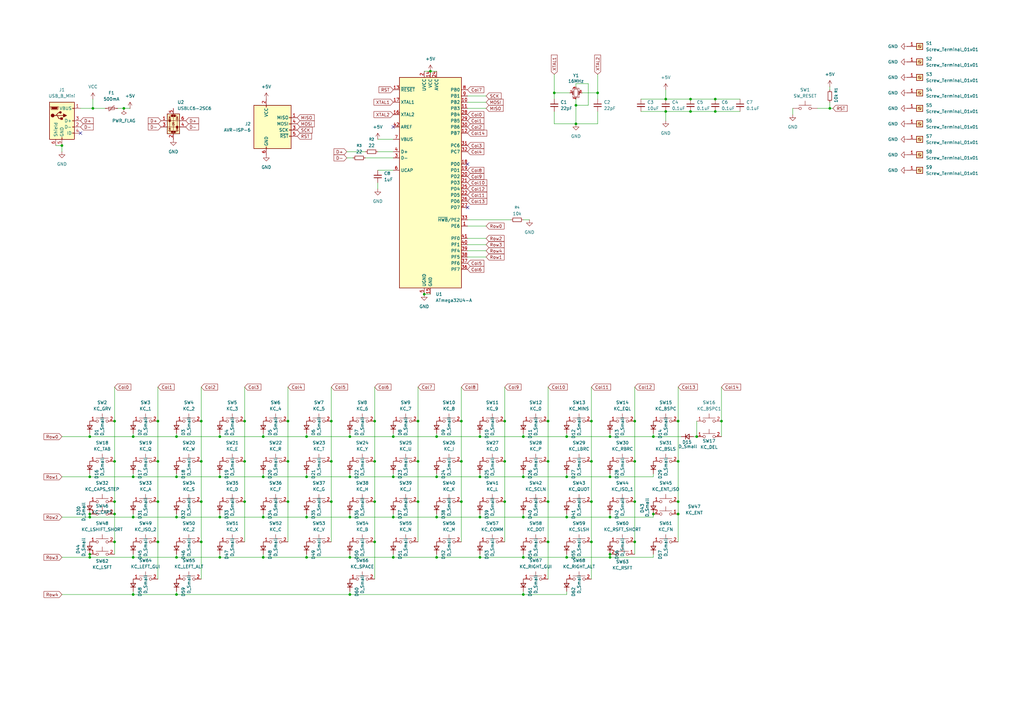
<source format=kicad_sch>
(kicad_sch (version 20250114) (generator "eeschema") (generator_version "9.0")
  (paper "A3")
  (title_block (title "Psyduck Viper") (rev "v0.1.0"))
  (junction (at 25.4 59.69))
  (junction (at 64.77 189.23))
  (junction (at 72.39 179.07))
  (junction (at 36.83 212.09))
  (junction (at 267.97 179.07))
  (junction (at 179.07 179.07))
  (junction (at 36.83 179.07))
  (junction (at 176.53 29.21))
  (junction (at 82.55 205.74))
  (junction (at 82.55 189.23))
  (junction (at 214.63 179.07))
  (junction (at 143.51 243.84))
  (junction (at 161.29 228.6))
  (junction (at 36.83 228.6))
  (junction (at 64.77 172.72))
  (junction (at 224.79 189.23))
  (junction (at 72.39 195.58))
  (junction (at 207.01 205.74))
  (junction (at 161.29 195.58))
  (junction (at 107.95 195.58))
  (junction (at 283.21 45.72))
  (junction (at 46.99 222.25))
  (junction (at 250.19 179.07))
  (junction (at 171.45 205.74))
  (junction (at 245.11 38.1))
  (junction (at 64.77 205.74))
  (junction (at 135.89 205.74))
  (junction (at 153.67 205.74))
  (junction (at 171.45 172.72))
  (junction (at 179.07 228.6))
  (junction (at 236.22 50.8))
  (junction (at 50.8 44.45))
  (junction (at 82.55 222.25))
  (junction (at 107.95 212.09))
  (junction (at 72.39 228.6))
  (junction (at 36.83 195.58))
  (junction (at 278.13 205.74))
  (junction (at 232.41 195.58))
  (junction (at 90.17 195.58))
  (junction (at 46.99 210.82))
  (junction (at 250.19 227.33))
  (junction (at 125.73 212.09))
  (junction (at 189.23 189.23))
  (junction (at 278.13 210.82))
  (junction (at 161.29 212.09))
  (junction (at 293.37 40.64))
  (junction (at 242.57 222.25))
  (junction (at 260.35 172.72))
  (junction (at 143.51 179.07))
  (junction (at 189.23 172.72))
  (junction (at 46.99 172.72))
  (junction (at 236.22 43.18))
  (junction (at 171.45 189.23))
  (junction (at 179.07 212.09))
  (junction (at 232.41 179.07))
  (junction (at 38.1 44.45))
  (junction (at 118.11 205.74))
  (junction (at 90.17 212.09))
  (junction (at 46.99 205.74))
  (junction (at 214.63 212.09))
  (junction (at 207.01 172.72))
  (junction (at 100.33 189.23))
  (junction (at 143.51 228.6))
  (junction (at 232.41 212.09))
  (junction (at 72.39 212.09))
  (junction (at 196.85 179.07))
  (junction (at 224.79 222.25))
  (junction (at 214.63 243.84))
  (junction (at 107.95 228.6))
  (junction (at 196.85 212.09))
  (junction (at 293.37 45.72))
  (junction (at 179.07 195.58))
  (junction (at 224.79 172.72))
  (junction (at 72.39 243.84))
  (junction (at 153.67 189.23))
  (junction (at 100.33 205.74))
  (junction (at 250.19 228.6))
  (junction (at 135.89 189.23))
  (junction (at 242.57 172.72))
  (junction (at 250.19 195.58))
  (junction (at 153.67 222.25))
  (junction (at 196.85 228.6))
  (junction (at 267.97 210.82))
  (junction (at 118.11 172.72))
  (junction (at 196.85 195.58))
  (junction (at 260.35 205.74))
  (junction (at 153.67 172.72))
  (junction (at 207.01 189.23))
  (junction (at 125.73 195.58))
  (junction (at 82.55 172.72))
  (junction (at 285.75 179.07))
  (junction (at 173.99 120.65))
  (junction (at 118.11 189.23))
  (junction (at 224.79 205.74))
  (junction (at 340.36 44.45))
  (junction (at 161.29 179.07))
  (junction (at 54.61 243.84))
  (junction (at 64.77 222.25))
  (junction (at 54.61 212.09))
  (junction (at 283.21 40.64))
  (junction (at 273.05 45.72))
  (junction (at 54.61 228.6))
  (junction (at 90.17 179.07))
  (junction (at 125.73 179.07))
  (junction (at 214.63 228.6))
  (junction (at 260.35 222.25))
  (junction (at 250.19 212.09))
  (junction (at 100.33 172.72))
  (junction (at 260.35 189.23))
  (junction (at 90.17 228.6))
  (junction (at 125.73 228.6))
  (junction (at 143.51 212.09))
  (junction (at 46.99 189.23))
  (junction (at 36.83 210.82))
  (junction (at 227.33 38.1))
  (junction (at 107.95 179.07))
  (junction (at 242.57 189.23))
  (junction (at 232.41 228.6))
  (junction (at 278.13 189.23))
  (junction (at 295.91 172.72))
  (junction (at 242.57 205.74))
  (junction (at 273.05 40.64))
  (junction (at 135.89 172.72))
  (junction (at 214.63 195.58))
  (junction (at 278.13 172.72))
  (junction (at 189.23 205.74))
  (junction (at 54.61 195.58))
  (junction (at 143.51 195.58))
  (junction (at 36.83 227.33))
  (junction (at 54.61 179.07))
  (no_connect (at 191.77 67.31))
  (no_connect (at 161.29 52.07))
  (no_connect (at 33.02 54.61))
  (no_connect (at 191.77 85.09))
  (wire (pts (xy 125.73 228.6) (xy 143.51 228.6)))
  (wire (pts (xy 245.11 38.1) (xy 245.11 40.64)))
  (wire (pts (xy 64.77 158.75) (xy 64.77 172.72)))
  (wire (pts (xy 236.22 50.8) (xy 245.11 50.8)))
  (wire (pts (xy 142.24 62.23) (xy 149.86 62.23)))
  (wire (pts (xy 64.77 222.25) (xy 64.77 237.49)))
  (wire (pts (xy 54.61 242.57) (xy 54.61 243.84)))
  (wire (pts (xy 196.85 210.82) (xy 196.85 212.09)))
  (wire (pts (xy 227.33 38.1) (xy 227.33 40.64)))
  (wire (pts (xy 260.35 172.72) (xy 260.35 189.23)))
  (wire (pts (xy 125.73 227.33) (xy 125.73 228.6)))
  (wire (pts (xy 214.63 210.82) (xy 214.63 212.09)))
  (wire (pts (xy 72.39 243.84) (xy 143.51 243.84)))
  (wire (pts (xy 250.19 212.09) (xy 267.97 212.09)))
  (wire (pts (xy 36.83 227.33) (xy 36.83 228.6)))
  (wire (pts (xy 191.77 41.91) (xy 199.39 41.91)))
  (wire (pts (xy 107.95 210.82) (xy 107.95 212.09)))
  (wire (pts (xy 72.39 227.33) (xy 72.39 228.6)))
  (wire (pts (xy 90.17 177.8) (xy 90.17 179.07)))
  (wire (pts (xy 90.17 212.09) (xy 107.95 212.09)))
  (wire (pts (xy 262.89 40.64) (xy 273.05 40.64)))
  (wire (pts (xy 143.51 195.58) (xy 161.29 195.58)))
  (wire (pts (xy 82.55 189.23) (xy 82.55 205.74)))
  (wire (pts (xy 72.39 195.58) (xy 90.17 195.58)))
  (wire (pts (xy 260.35 158.75) (xy 260.35 172.72)))
  (wire (pts (xy 72.39 212.09) (xy 90.17 212.09)))
  (wire (pts (xy 191.77 105.41) (xy 199.39 105.41)))
  (wire (pts (xy 233.68 38.1) (xy 227.33 38.1)))
  (wire (pts (xy 236.22 34.29) (xy 236.22 35.56)))
  (wire (pts (xy 171.45 158.75) (xy 171.45 172.72)))
  (wire (pts (xy 176.53 29.21) (xy 173.99 29.21)))
  (wire (pts (xy 242.57 222.25) (xy 242.57 237.49)))
  (wire (pts (xy 143.51 177.8) (xy 143.51 179.07)))
  (wire (pts (xy 54.61 243.84) (xy 72.39 243.84)))
  (wire (pts (xy 125.73 177.8) (xy 125.73 179.07)))
  (wire (pts (xy 232.41 179.07) (xy 250.19 179.07)))
  (wire (pts (xy 107.95 228.6) (xy 125.73 228.6)))
  (wire (pts (xy 82.55 205.74) (xy 82.55 222.25)))
  (wire (pts (xy 46.99 158.75) (xy 46.99 172.72)))
  (wire (pts (xy 227.33 45.72) (xy 227.33 50.8)))
  (wire (pts (xy 191.77 92.71) (xy 199.39 92.71)))
  (wire (pts (xy 325.12 44.45) (xy 325.12 46.99)))
  (wire (pts (xy 154.94 74.93) (xy 154.94 77.47)))
  (wire (pts (xy 153.67 205.74) (xy 153.67 222.25)))
  (wire (pts (xy 196.85 228.6) (xy 214.63 228.6)))
  (wire (pts (xy 196.85 227.33) (xy 196.85 228.6)))
  (wire (pts (xy 107.95 195.58) (xy 125.73 195.58)))
  (wire (pts (xy 64.77 172.72) (xy 64.77 189.23)))
  (wire (pts (xy 224.79 189.23) (xy 224.79 205.74)))
  (wire (pts (xy 250.19 227.33) (xy 250.19 228.6)))
  (wire (pts (xy 54.61 177.8) (xy 54.61 179.07)))
  (wire (pts (xy 100.33 158.75) (xy 100.33 172.72)))
  (wire (pts (xy 285.75 179.07) (xy 284.48 179.07)))
  (wire (pts (xy 273.05 45.72) (xy 283.21 45.72)))
  (wire (pts (xy 135.89 205.74) (xy 135.89 222.25)))
  (wire (pts (xy 72.39 177.8) (xy 72.39 179.07)))
  (wire (pts (xy 250.19 228.6) (xy 267.97 228.6)))
  (wire (pts (xy 90.17 179.07) (xy 107.95 179.07)))
  (wire (pts (xy 161.29 177.8) (xy 161.29 179.07)))
  (wire (pts (xy 191.77 39.37) (xy 199.39 39.37)))
  (wire (pts (xy 242.57 189.23) (xy 242.57 205.74)))
  (wire (pts (xy 143.51 210.82) (xy 143.51 212.09)))
  (wire (pts (xy 179.07 227.33) (xy 179.07 228.6)))
  (wire (pts (xy 207.01 205.74) (xy 207.01 222.25)))
  (wire (pts (xy 189.23 158.75) (xy 189.23 172.72)))
  (wire (pts (xy 273.05 36.83) (xy 273.05 40.64)))
  (wire (pts (xy 232.41 195.58) (xy 250.19 195.58)))
  (wire (pts (xy 54.61 179.07) (xy 72.39 179.07)))
  (wire (pts (xy 214.63 90.17) (xy 217.17 90.17)))
  (wire (pts (xy 161.29 179.07) (xy 179.07 179.07)))
  (wire (pts (xy 293.37 45.72) (xy 303.53 45.72)))
  (wire (pts (xy 278.13 205.74) (xy 278.13 210.82)))
  (wire (pts (xy 242.57 205.74) (xy 242.57 222.25)))
  (wire (pts (xy 179.07 194.31) (xy 179.07 195.58)))
  (wire (pts (xy 64.77 205.74) (xy 64.77 222.25)))
  (wire (pts (xy 107.95 177.8) (xy 107.95 179.07)))
  (wire (pts (xy 232.41 212.09) (xy 250.19 212.09)))
  (wire (pts (xy 25.4 228.6) (xy 36.83 228.6)))
  (wire (pts (xy 143.51 212.09) (xy 161.29 212.09)))
  (wire (pts (xy 125.73 194.31) (xy 125.73 195.58)))
  (wire (pts (xy 118.11 189.23) (xy 118.11 205.74)))
  (wire (pts (xy 143.51 243.84) (xy 214.63 243.84)))
  (wire (pts (xy 278.13 210.82) (xy 278.13 222.25)))
  (wire (pts (xy 238.76 38.1) (xy 245.11 38.1)))
  (wire (pts (xy 214.63 194.31) (xy 214.63 195.58)))
  (wire (pts (xy 161.29 228.6) (xy 179.07 228.6)))
  (wire (pts (xy 273.05 40.64) (xy 283.21 40.64)))
  (wire (pts (xy 143.51 194.31) (xy 143.51 195.58)))
  (wire (pts (xy 242.57 172.72) (xy 242.57 189.23)))
  (wire (pts (xy 189.23 189.23) (xy 189.23 205.74)))
  (wire (pts (xy 54.61 210.82) (xy 54.61 212.09)))
  (wire (pts (xy 189.23 172.72) (xy 189.23 189.23)))
  (wire (pts (xy 72.39 179.07) (xy 90.17 179.07)))
  (wire (pts (xy 278.13 189.23) (xy 278.13 205.74)))
  (wire (pts (xy 118.11 205.74) (xy 118.11 222.25)))
  (wire (pts (xy 236.22 40.64) (xy 236.22 43.18)))
  (wire (pts (xy 214.63 227.33) (xy 214.63 228.6)))
  (wire (pts (xy 191.77 102.87) (xy 199.39 102.87)))
  (wire (pts (xy 179.07 177.8) (xy 179.07 179.07)))
  (wire (pts (xy 36.83 179.07) (xy 54.61 179.07)))
  (wire (pts (xy 214.63 242.57) (xy 214.63 243.84)))
  (wire (pts (xy 125.73 212.09) (xy 143.51 212.09)))
  (wire (pts (xy 149.86 64.77) (xy 161.29 64.77)))
  (wire (pts (xy 36.83 195.58) (xy 54.61 195.58)))
  (wire (pts (xy 179.07 179.07) (xy 196.85 179.07)))
  (wire (pts (xy 285.75 172.72) (xy 285.75 179.07)))
  (wire (pts (xy 25.4 243.84) (xy 54.61 243.84)))
  (wire (pts (xy 142.24 64.77) (xy 144.78 64.77)))
  (wire (pts (xy 250.19 195.58) (xy 267.97 195.58)))
  (wire (pts (xy 179.07 29.21) (xy 176.53 29.21)))
  (wire (pts (xy 260.35 205.74) (xy 260.35 222.25)))
  (wire (pts (xy 153.67 189.23) (xy 153.67 205.74)))
  (wire (pts (xy 295.91 158.75) (xy 295.91 172.72)))
  (wire (pts (xy 232.41 227.33) (xy 232.41 228.6)))
  (wire (pts (xy 90.17 194.31) (xy 90.17 195.58)))
  (wire (pts (xy 214.63 195.58) (xy 232.41 195.58)))
  (wire (pts (xy 54.61 212.09) (xy 72.39 212.09)))
  (wire (pts (xy 143.51 179.07) (xy 161.29 179.07)))
  (wire (pts (xy 135.89 189.23) (xy 135.89 205.74)))
  (wire (pts (xy 171.45 172.72) (xy 171.45 189.23)))
  (wire (pts (xy 245.11 50.8) (xy 245.11 45.72)))
  (wire (pts (xy 224.79 172.72) (xy 224.79 189.23)))
  (wire (pts (xy 100.33 205.74) (xy 100.33 222.25)))
  (wire (pts (xy 48.26 44.45) (xy 50.8 44.45)))
  (wire (pts (xy 236.22 34.29) (xy 241.3 34.29)))
  (wire (pts (xy 191.77 90.17) (xy 209.55 90.17)))
  (wire (pts (xy 161.29 195.58) (xy 179.07 195.58)))
  (wire (pts (xy 100.33 189.23) (xy 100.33 205.74)))
  (wire (pts (xy 46.99 210.82) (xy 46.99 222.25)))
  (wire (pts (xy 273.05 45.72) (xy 273.05 49.53)))
  (wire (pts (xy 90.17 210.82) (xy 90.17 212.09)))
  (wire (pts (xy 260.35 189.23) (xy 260.35 205.74)))
  (wire (pts (xy 125.73 210.82) (xy 125.73 212.09)))
  (wire (pts (xy 250.19 210.82) (xy 250.19 212.09)))
  (wire (pts (xy 227.33 30.48) (xy 227.33 38.1)))
  (wire (pts (xy 107.95 212.09) (xy 125.73 212.09)))
  (wire (pts (xy 214.63 243.84) (xy 232.41 243.84)))
  (wire (pts (xy 118.11 172.72) (xy 118.11 189.23)))
  (wire (pts (xy 90.17 195.58) (xy 107.95 195.58)))
  (wire (pts (xy 90.17 228.6) (xy 107.95 228.6)))
  (wire (pts (xy 107.95 227.33) (xy 107.95 228.6)))
  (wire (pts (xy 125.73 179.07) (xy 143.51 179.07)))
  (wire (pts (xy 90.17 227.33) (xy 90.17 228.6)))
  (wire (pts (xy 267.97 210.82) (xy 267.97 212.09)))
  (wire (pts (xy 283.21 40.64) (xy 293.37 40.64)))
  (wire (pts (xy 36.83 194.31) (xy 36.83 195.58)))
  (wire (pts (xy 179.07 212.09) (xy 196.85 212.09)))
  (wire (pts (xy 214.63 179.07) (xy 232.41 179.07)))
  (wire (pts (xy 207.01 158.75) (xy 207.01 172.72)))
  (wire (pts (xy 293.37 40.64) (xy 303.53 40.64)))
  (wire (pts (xy 340.36 44.45) (xy 340.36 41.91)))
  (wire (pts (xy 278.13 158.75) (xy 278.13 172.72)))
  (wire (pts (xy 232.41 194.31) (xy 232.41 195.58)))
  (wire (pts (xy 154.94 62.23) (xy 161.29 62.23)))
  (wire (pts (xy 54.61 194.31) (xy 54.61 195.58)))
  (wire (pts (xy 214.63 228.6) (xy 232.41 228.6)))
  (wire (pts (xy 232.41 177.8) (xy 232.41 179.07)))
  (wire (pts (xy 250.19 194.31) (xy 250.19 195.58)))
  (wire (pts (xy 72.39 210.82) (xy 72.39 212.09)))
  (wire (pts (xy 232.41 228.6) (xy 250.19 228.6)))
  (wire (pts (xy 25.4 179.07) (xy 36.83 179.07)))
  (wire (pts (xy 135.89 158.75) (xy 135.89 172.72)))
  (wire (pts (xy 153.67 158.75) (xy 153.67 172.72)))
  (wire (pts (xy 72.39 242.57) (xy 72.39 243.84)))
  (wire (pts (xy 207.01 172.72) (xy 207.01 189.23)))
  (wire (pts (xy 189.23 205.74) (xy 189.23 222.25)))
  (wire (pts (xy 173.99 120.65) (xy 176.53 120.65)))
  (wire (pts (xy 179.07 228.6) (xy 196.85 228.6)))
  (wire (pts (xy 125.73 195.58) (xy 143.51 195.58)))
  (wire (pts (xy 171.45 205.74) (xy 171.45 222.25)))
  (wire (pts (xy 50.8 44.45) (xy 53.34 44.45)))
  (wire (pts (xy 64.77 189.23) (xy 64.77 205.74)))
  (wire (pts (xy 22.86 59.69) (xy 25.4 59.69)))
  (wire (pts (xy 107.95 194.31) (xy 107.95 195.58)))
  (wire (pts (xy 214.63 177.8) (xy 214.63 179.07)))
  (wire (pts (xy 179.07 210.82) (xy 179.07 212.09)))
  (wire (pts (xy 153.67 172.72) (xy 153.67 189.23)))
  (wire (pts (xy 154.94 69.85) (xy 161.29 69.85)))
  (wire (pts (xy 36.83 177.8) (xy 36.83 179.07)))
  (wire (pts (xy 224.79 222.25) (xy 224.79 237.49)))
  (wire (pts (xy 72.39 228.6) (xy 90.17 228.6)))
  (wire (pts (xy 283.21 45.72) (xy 293.37 45.72)))
  (wire (pts (xy 100.33 172.72) (xy 100.33 189.23)))
  (wire (pts (xy 335.28 44.45) (xy 340.36 44.45)))
  (wire (pts (xy 25.4 59.69) (xy 25.4 62.23)))
  (wire (pts (xy 227.33 50.8) (xy 236.22 50.8)))
  (wire (pts (xy 236.22 43.18) (xy 236.22 50.8)))
  (wire (pts (xy 295.91 172.72) (xy 295.91 179.07)))
  (wire (pts (xy 196.85 177.8) (xy 196.85 179.07)))
  (wire (pts (xy 241.3 43.18) (xy 236.22 43.18)))
  (wire (pts (xy 54.61 195.58) (xy 72.39 195.58)))
  (wire (pts (xy 267.97 179.07) (xy 279.4 179.07)))
  (wire (pts (xy 196.85 212.09) (xy 214.63 212.09)))
  (wire (pts (xy 38.1 40.64) (xy 38.1 44.45)))
  (wire (pts (xy 171.45 189.23) (xy 171.45 205.74)))
  (wire (pts (xy 25.4 212.09) (xy 36.83 212.09)))
  (wire (pts (xy 267.97 177.8) (xy 267.97 179.07)))
  (wire (pts (xy 241.3 34.29) (xy 241.3 43.18)))
  (wire (pts (xy 143.51 242.57) (xy 143.51 243.84)))
  (wire (pts (xy 135.89 172.72) (xy 135.89 189.23)))
  (wire (pts (xy 153.67 222.25) (xy 153.67 237.49)))
  (wire (pts (xy 107.95 179.07) (xy 125.73 179.07)))
  (wire (pts (xy 224.79 158.75) (xy 224.79 172.72)))
  (wire (pts (xy 242.57 158.75) (xy 242.57 172.72)))
  (wire (pts (xy 161.29 194.31) (xy 161.29 195.58)))
  (wire (pts (xy 262.89 45.72) (xy 273.05 45.72)))
  (wire (pts (xy 214.63 212.09) (xy 232.41 212.09)))
  (wire (pts (xy 250.19 177.8) (xy 250.19 179.07)))
  (wire (pts (xy 267.97 194.31) (xy 267.97 195.58)))
  (wire (pts (xy 232.41 242.57) (xy 232.41 243.84)))
  (wire (pts (xy 340.36 44.45) (xy 341.63 44.45)))
  (wire (pts (xy 46.99 205.74) (xy 46.99 210.82)))
  (wire (pts (xy 161.29 210.82) (xy 161.29 212.09)))
  (wire (pts (xy 191.77 100.33) (xy 199.39 100.33)))
  (wire (pts (xy 278.13 172.72) (xy 278.13 189.23)))
  (wire (pts (xy 46.99 222.25) (xy 46.99 227.33)))
  (wire (pts (xy 196.85 179.07) (xy 214.63 179.07)))
  (wire (pts (xy 245.11 30.48) (xy 245.11 38.1)))
  (wire (pts (xy 161.29 212.09) (xy 179.07 212.09)))
  (wire (pts (xy 179.07 195.58) (xy 196.85 195.58)))
  (wire (pts (xy 54.61 227.33) (xy 54.61 228.6)))
  (wire (pts (xy 25.4 195.58) (xy 36.83 195.58)))
  (wire (pts (xy 161.29 227.33) (xy 161.29 228.6)))
  (wire (pts (xy 82.55 222.25) (xy 82.55 237.49)))
  (wire (pts (xy 196.85 194.31) (xy 196.85 195.58)))
  (wire (pts (xy 143.51 228.6) (xy 161.29 228.6)))
  (wire (pts (xy 191.77 44.45) (xy 199.39 44.45)))
  (wire (pts (xy 207.01 189.23) (xy 207.01 205.74)))
  (wire (pts (xy 154.94 57.15) (xy 161.29 57.15)))
  (wire (pts (xy 82.55 158.75) (xy 82.55 172.72)))
  (wire (pts (xy 38.1 44.45) (xy 43.18 44.45)))
  (wire (pts (xy 232.41 210.82) (xy 232.41 212.09)))
  (wire (pts (xy 54.61 228.6) (xy 72.39 228.6)))
  (wire (pts (xy 250.19 179.07) (xy 267.97 179.07)))
  (wire (pts (xy 36.83 212.09) (xy 54.61 212.09)))
  (wire (pts (xy 224.79 205.74) (xy 224.79 222.25)))
  (wire (pts (xy 33.02 44.45) (xy 38.1 44.45)))
  (wire (pts (xy 196.85 195.58) (xy 214.63 195.58)))
  (wire (pts (xy 46.99 189.23) (xy 46.99 205.74)))
  (wire (pts (xy 260.35 222.25) (xy 260.35 227.33)))
  (wire (pts (xy 72.39 194.31) (xy 72.39 195.58)))
  (wire (pts (xy 340.36 35.56) (xy 340.36 36.83)))
  (wire (pts (xy 36.83 210.82) (xy 36.83 212.09)))
  (wire (pts (xy 191.77 97.79) (xy 199.39 97.79)))
  (wire (pts (xy 118.11 158.75) (xy 118.11 172.72)))
  (wire (pts (xy 267.97 227.33) (xy 267.97 228.6)))
  (wire (pts (xy 82.55 172.72) (xy 82.55 189.23)))
  (wire (pts (xy 46.99 172.72) (xy 46.99 189.23)))
  (wire (pts (xy 36.83 228.6) (xy 54.61 228.6)))
  (wire (pts (xy 143.51 227.33) (xy 143.51 228.6)))
  (global_label "XTAL1" (shape input) (at 227.33 30.48 90) (property "Intersheetrefs" "${INTERSHEET_REFS}" (effects (hide yes))))
  (global_label "D+" (shape input) (at 142.24 62.23 180) (property "Intersheetrefs" "${INTERSHEET_REFS}" (effects (hide yes))))
  (global_label "Col2" (shape input) (at 82.55 158.75 0) (property "Intersheetrefs" "${INTERSHEET_REFS}" (effects (hide yes))))
  (global_label "Col1" (shape input) (at 191.77 49.53 0) (property "Intersheetrefs" "${INTERSHEET_REFS}" (effects (hide yes))))
  (global_label "Col2" (shape input) (at 191.77 52.07 0) (property "Intersheetrefs" "${INTERSHEET_REFS}" (effects (hide yes))))
  (global_label "D+" (shape input) (at 33.02 49.53 0) (property "Intersheetrefs" "${INTERSHEET_REFS}" (effects (hide yes))))
  (global_label "Col3" (shape input) (at 191.77 59.69 0) (property "Intersheetrefs" "${INTERSHEET_REFS}" (effects (hide yes))))
  (global_label "Col4" (shape input) (at 191.77 62.23 0) (property "Intersheetrefs" "${INTERSHEET_REFS}" (effects (hide yes))))
  (global_label "Col7" (shape input) (at 171.45 158.75 0) (property "Intersheetrefs" "${INTERSHEET_REFS}" (effects (hide yes))))
  (global_label "XTAL2" (shape input) (at 245.11 30.48 90) (property "Intersheetrefs" "${INTERSHEET_REFS}" (effects (hide yes))))
  (global_label "D-" (shape input) (at 76.2 52.07 0) (property "Intersheetrefs" "${INTERSHEET_REFS}" (effects (hide yes))))
  (global_label "Col1" (shape input) (at 64.77 158.75 0) (property "Intersheetrefs" "${INTERSHEET_REFS}" (effects (hide yes))))
  (global_label "Row0" (shape input) (at 25.4 179.07 180) (property "Intersheetrefs" "${INTERSHEET_REFS}" (effects (hide yes))))
  (global_label "RST" (shape input) (at 341.63 44.45 0) (property "Intersheetrefs" "${INTERSHEET_REFS}" (effects (hide yes))))
  (global_label "Col11" (shape input) (at 242.57 158.75 0) (property "Intersheetrefs" "${INTERSHEET_REFS}" (effects (hide yes))))
  (global_label "Col11" (shape input) (at 191.77 80.01 0) (property "Intersheetrefs" "${INTERSHEET_REFS}" (effects (hide yes))))
  (global_label "Col0" (shape input) (at 46.99 158.75 0) (property "Intersheetrefs" "${INTERSHEET_REFS}" (effects (hide yes))))
  (global_label "Row2" (shape input) (at 25.4 212.09 180) (property "Intersheetrefs" "${INTERSHEET_REFS}" (effects (hide yes))))
  (global_label "Col9" (shape input) (at 207.01 158.75 0) (property "Intersheetrefs" "${INTERSHEET_REFS}" (effects (hide yes))))
  (global_label "Col4" (shape input) (at 118.11 158.75 0) (property "Intersheetrefs" "${INTERSHEET_REFS}" (effects (hide yes))))
  (global_label "D+" (shape input) (at 76.2 49.53 0) (property "Intersheetrefs" "${INTERSHEET_REFS}" (effects (hide yes))))
  (global_label "Col8" (shape input) (at 191.77 69.85 0) (property "Intersheetrefs" "${INTERSHEET_REFS}" (effects (hide yes))))
  (global_label "Col10" (shape input) (at 191.77 74.93 0) (property "Intersheetrefs" "${INTERSHEET_REFS}" (effects (hide yes))))
  (global_label "SCK" (shape input) (at 199.39 39.37 0) (property "Intersheetrefs" "${INTERSHEET_REFS}" (effects (hide yes))))
  (global_label "D-" (shape input) (at 66.04 52.07 180) (property "Intersheetrefs" "${INTERSHEET_REFS}" (effects (hide yes))))
  (global_label "Row3" (shape input) (at 25.4 228.6 180) (property "Intersheetrefs" "${INTERSHEET_REFS}" (effects (hide yes))))
  (global_label "SCK" (shape input) (at 121.92 53.34 0) (property "Intersheetrefs" "${INTERSHEET_REFS}" (effects (hide yes))))
  (global_label "Col12" (shape input) (at 191.77 77.47 0) (property "Intersheetrefs" "${INTERSHEET_REFS}" (effects (hide yes))))
  (global_label "D-" (shape input) (at 33.02 52.07 0) (property "Intersheetrefs" "${INTERSHEET_REFS}" (effects (hide yes))))
  (global_label "Row3" (shape input) (at 199.39 100.33 0) (property "Intersheetrefs" "${INTERSHEET_REFS}" (effects (hide yes))))
  (global_label "RST" (shape input) (at 121.92 55.88 0) (property "Intersheetrefs" "${INTERSHEET_REFS}" (effects (hide yes))))
  (global_label "Col13" (shape input) (at 278.13 158.75 0) (property "Intersheetrefs" "${INTERSHEET_REFS}" (effects (hide yes))))
  (global_label "Col10" (shape input) (at 224.79 158.75 0) (property "Intersheetrefs" "${INTERSHEET_REFS}" (effects (hide yes))))
  (global_label "Col13" (shape input) (at 191.77 82.55 0) (property "Intersheetrefs" "${INTERSHEET_REFS}" (effects (hide yes))))
  (global_label "Col6" (shape input) (at 191.77 110.49 0) (property "Intersheetrefs" "${INTERSHEET_REFS}" (effects (hide yes))))
  (global_label "MISO" (shape input) (at 121.92 48.26 0) (property "Intersheetrefs" "${INTERSHEET_REFS}" (effects (hide yes))))
  (global_label "XTAL1" (shape input) (at 161.29 41.91 180) (property "Intersheetrefs" "${INTERSHEET_REFS}" (effects (hide yes))))
  (global_label "MOSI" (shape input) (at 121.92 50.8 0) (property "Intersheetrefs" "${INTERSHEET_REFS}" (effects (hide yes))))
  (global_label "Col12" (shape input) (at 260.35 158.75 0) (property "Intersheetrefs" "${INTERSHEET_REFS}" (effects (hide yes))))
  (global_label "Row4" (shape input) (at 25.4 243.84 180) (property "Intersheetrefs" "${INTERSHEET_REFS}" (effects (hide yes))))
  (global_label "Row1" (shape input) (at 199.39 105.41 0) (property "Intersheetrefs" "${INTERSHEET_REFS}" (effects (hide yes))))
  (global_label "Col0" (shape input) (at 191.77 46.99 0) (property "Intersheetrefs" "${INTERSHEET_REFS}" (effects (hide yes))))
  (global_label "Col8" (shape input) (at 189.23 158.75 0) (property "Intersheetrefs" "${INTERSHEET_REFS}" (effects (hide yes))))
  (global_label "XTAL2" (shape input) (at 161.29 46.99 180) (property "Intersheetrefs" "${INTERSHEET_REFS}" (effects (hide yes))))
  (global_label "Row4" (shape input) (at 199.39 102.87 0) (property "Intersheetrefs" "${INTERSHEET_REFS}" (effects (hide yes))))
  (global_label "D-" (shape input) (at 142.24 64.77 180) (property "Intersheetrefs" "${INTERSHEET_REFS}" (effects (hide yes))))
  (global_label "Row0" (shape input) (at 199.39 92.71 0) (property "Intersheetrefs" "${INTERSHEET_REFS}" (effects (hide yes))))
  (global_label "Col14" (shape input) (at 191.77 54.61 0) (property "Intersheetrefs" "${INTERSHEET_REFS}" (effects (hide yes))))
  (global_label "Col9" (shape input) (at 191.77 72.39 0) (property "Intersheetrefs" "${INTERSHEET_REFS}" (effects (hide yes))))
  (global_label "MOSI" (shape input) (at 199.39 41.91 0) (property "Intersheetrefs" "${INTERSHEET_REFS}" (effects (hide yes))))
  (global_label "RST" (shape input) (at 161.29 36.83 180) (property "Intersheetrefs" "${INTERSHEET_REFS}" (effects (hide yes))))
  (global_label "D+" (shape input) (at 66.04 49.53 180) (property "Intersheetrefs" "${INTERSHEET_REFS}" (effects (hide yes))))
  (global_label "Col6" (shape input) (at 153.67 158.75 0) (property "Intersheetrefs" "${INTERSHEET_REFS}" (effects (hide yes))))
  (global_label "Col3" (shape input) (at 100.33 158.75 0) (property "Intersheetrefs" "${INTERSHEET_REFS}" (effects (hide yes))))
  (global_label "Col5" (shape input) (at 135.89 158.75 0) (property "Intersheetrefs" "${INTERSHEET_REFS}" (effects (hide yes))))
  (global_label "Row2" (shape input) (at 199.39 97.79 0) (property "Intersheetrefs" "${INTERSHEET_REFS}" (effects (hide yes))))
  (global_label "MISO" (shape input) (at 199.39 44.45 0) (property "Intersheetrefs" "${INTERSHEET_REFS}" (effects (hide yes))))
  (global_label "Col14" (shape input) (at 295.91 158.75 0) (property "Intersheetrefs" "${INTERSHEET_REFS}" (effects (hide yes))))
  (global_label "Row1" (shape input) (at 25.4 195.58 180) (property "Intersheetrefs" "${INTERSHEET_REFS}" (effects (hide yes))))
  (global_label "Col7" (shape input) (at 191.77 36.83 0) (property "Intersheetrefs" "${INTERSHEET_REFS}" (effects (hide yes))))
  (global_label "Col5" (shape input) (at 191.77 107.95 0) (property "Intersheetrefs" "${INTERSHEET_REFS}" (effects (hide yes))))
  (symbol (lib_id "Device:D_Small") (at 250.19 208.28 90) (unit 1)
    (property "Reference" "D42" (at 252.984 209.042 0) (effects (justify right)))
    (property "Value" "D_Small" (at 255.27 203.9621 0) (effects (justify right)))
    (property "Footprint" "Diode_SMD:D_SOD-123" (effects (hide yes)))
    (property "Description" "Diode, small symbol" (effects (hide yes)))
    (property "Sim.Device" "D" (effects (hide yes)))
    (property "Sim.Pins" "1=K 2=A" (effects (hide yes)))
  )
  (symbol (lib_id "Device:D_Small") (at 214.63 224.79 90) (unit 1)
    (property "Reference" "D54" (at 217.424 225.552 0) (effects (justify right)))
    (property "Value" "D_Small" (at 219.71 220.4721 0) (effects (justify right)))
    (property "Footprint" "Diode_SMD:D_SOD-123" (effects (hide yes)))
    (property "Description" "Diode, small symbol" (effects (hide yes)))
    (property "Sim.Device" "D" (effects (hide yes)))
    (property "Sim.Pins" "1=K 2=A" (effects (hide yes)))
  )
  (symbol (lib_id "power:GND") (at 372.11 38.1 270) (unit 1)
    (property "Reference" "#PWR08" (effects (hide yes)))
    (property "Value" "GND" (at 368.3 38.0999 90) (effects (justify right)))
    (property "Description" "Power symbol creates a global label with name \"GND\" , ground" (effects (hide yes)))
  )
  (symbol (lib_name "SW_Push_32") (lib_id "Switch:SW_Push") (at 130.81 189.23 0) (unit 1)
    (property "Reference" "SW23" (at 130.81 181.61 0))
    (property "Value" "KC_T" (at 130.81 184.15 0))
    (property "Footprint" "MX_Solderable:MX-Solderable-1U" (effects (hide yes)))
    (property "Description" "Push button switch, generic, two pins" (effects (hide yes)))
  )
  (symbol (lib_id "Device:D_Small") (at 161.29 175.26 90) (unit 1)
    (property "Reference" "D8" (at 164.084 176.022 0) (effects (justify right)))
    (property "Value" "D_Small" (at 166.37 170.9421 0) (effects (justify right)))
    (property "Footprint" "Diode_SMD:D_SOD-123" (effects (hide yes)))
    (property "Description" "Diode, small symbol" (effects (hide yes)))
    (property "Sim.Device" "D" (effects (hide yes)))
    (property "Sim.Pins" "1=K 2=A" (effects (hide yes)))
  )
  (symbol (lib_name "SW_Push_16") (lib_id "Switch:SW_Push") (at 77.47 222.25 0) (unit 1)
    (property "Reference" "SW50" (at 77.47 214.63 0))
    (property "Value" "KC_Z" (at 77.47 217.17 0))
    (property "Footprint" "MX_Solderable:MX-Solderable-1U" (effects (hide yes)))
    (property "Description" "Push button switch, generic, two pins" (effects (hide yes)))
  )
  (symbol (lib_id "Device:D_Small") (at 267.97 175.26 90) (unit 1)
    (property "Reference" "D14" (at 270.764 176.022 0) (effects (justify right)))
    (property "Value" "D_Small" (at 273.05 170.9421 0) (effects (justify right)))
    (property "Footprint" "Diode_SMD:D_SOD-123" (effects (hide yes)))
    (property "Description" "Diode, small symbol" (effects (hide yes)))
    (property "Sim.Device" "D" (effects (hide yes)))
    (property "Sim.Pins" "1=K 2=A" (effects (hide yes)))
  )
  (symbol (lib_name "SW_Push_44") (lib_id "Switch:SW_Push") (at 166.37 189.23 0) (unit 1)
    (property "Reference" "SW25" (at 166.37 181.61 0))
    (property "Value" "KC_U" (at 166.37 184.15 0))
    (property "Footprint" "MX_Solderable:MX-Solderable-1U" (effects (hide yes)))
    (property "Description" "Push button switch, generic, two pins" (effects (hide yes)))
  )
  (symbol (lib_id "Device:D_Small") (at 36.83 208.28 90) (unit 1)
    (property "Reference" "D30" (at 32.258 207.518 0) (effects (justify right)))
    (property "Value" "D_Small" (at 34.29 205.9941 0) (effects (justify right)))
    (property "Footprint" "Diode_SMD:D_SOD-123" (effects (hide yes)))
    (property "Description" "Diode, small symbol" (effects (hide yes)))
    (property "Sim.Device" "D" (effects (hide yes)))
    (property "Sim.Pins" "1=K 2=A" (effects (hide yes)))
  )
  (symbol (lib_id "power:VCC") (at 38.1 40.64 0) (unit 1)
    (property "Reference" "#PWR09" (effects (hide yes)))
    (property "Value" "VCC" (at 38.1 35.56 0))
    (property "Description" "Power symbol creates a global label with name \"VCC\"" (effects (hide yes)))
  )
  (symbol (lib_name "SW_Push_62") (lib_id "Switch:SW_Push") (at 237.49 237.49 0) (unit 1)
    (property "Reference" "SW68" (at 237.49 229.87 0))
    (property "Value" "KC_RIGHT_ALT" (at 237.49 232.41 0))
    (property "Footprint" "MX_Solderable:MX-Solderable-1.5U" (effects (hide yes)))
    (property "Description" "Push button switch, generic, two pins" (effects (hide yes)))
  )
  (symbol (lib_id "power:GND") (at 217.17 90.17 0) (unit 1)
    (property "Reference" "#PWR023" (effects (hide yes)))
    (property "Value" "GND" (at 217.17 95.25 0))
    (property "Description" "Power symbol creates a global label with name \"GND\" , ground" (effects (hide yes)))
  )
  (symbol (lib_name "SW_Push_48") (lib_id "Switch:SW_Push") (at 184.15 222.25 0) (unit 1)
    (property "Reference" "SW56" (at 184.15 214.63 0))
    (property "Value" "KC_M" (at 184.15 217.17 0))
    (property "Footprint" "MX_Solderable:MX-Solderable-1U" (effects (hide yes)))
    (property "Description" "Push button switch, generic, two pins" (effects (hide yes)))
  )
  (symbol (lib_id "Connector:Screw_Terminal_01x01") (at 377.19 69.85 0) (unit 1)
    (property "Reference" "S9" (at 379.73 68.5799 0) (effects (justify left)))
    (property "Value" "Screw_Terminal_01x01" (at 379.73 71.1199 0) (effects (justify left)))
    (property "Footprint" "local:10x5_7x2.5mm" (effects (hide yes)))
    (property "Description" "Generic screw terminal, single row, 01x01, script generated (kicad-library-utils/schlib/autogen/connector/)" (effects (hide yes)))
  )
  (symbol (lib_name "SW_Push_36") (lib_id "Switch:SW_Push") (at 148.59 205.74 0) (unit 1)
    (property "Reference" "SW38" (at 148.59 198.12 0))
    (property "Value" "KC_H" (at 148.59 200.66 0))
    (property "Footprint" "MX_Solderable:MX-Solderable-1U" (effects (hide yes)))
    (property "Description" "Push button switch, generic, two pins" (effects (hide yes)))
  )
  (symbol (lib_id "power:GND") (at 25.4 62.23 0) (unit 1)
    (property "Reference" "#PWR019" (effects (hide yes)))
    (property "Value" "GND" (at 25.4 67.31 0))
    (property "Description" "Power symbol creates a global label with name \"GND\" , ground" (effects (hide yes)))
  )
  (symbol (lib_id "Device:D_Small") (at 90.17 224.79 90) (unit 1)
    (property "Reference" "D47" (at 92.964 225.552 0) (effects (justify right)))
    (property "Value" "D_Small" (at 95.25 220.4721 0) (effects (justify right)))
    (property "Footprint" "Diode_SMD:D_SOD-123" (effects (hide yes)))
    (property "Description" "Diode, small symbol" (effects (hide yes)))
    (property "Sim.Device" "D" (effects (hide yes)))
    (property "Sim.Pins" "1=K 2=A" (effects (hide yes)))
  )
  (symbol (lib_id "Device:D_Small") (at 125.73 175.26 90) (unit 1)
    (property "Reference" "D6" (at 128.524 176.022 0) (effects (justify right)))
    (property "Value" "D_Small" (at 130.81 170.9421 0) (effects (justify right)))
    (property "Footprint" "Diode_SMD:D_SOD-123" (effects (hide yes)))
    (property "Description" "Diode, small symbol" (effects (hide yes)))
    (property "Sim.Device" "D" (effects (hide yes)))
    (property "Sim.Pins" "1=K 2=A" (effects (hide yes)))
  )
  (symbol (lib_id "Device:C_Small") (at 262.89 43.18 0) (unit 1)
    (property "Reference" "C3" (at 265.43 41.9162 0) (effects (justify left)))
    (property "Value" "10uF" (at 265.43 44.4562 0) (effects (justify left)))
    (property "Footprint" "Capacitor_SMD:C_0805_2012Metric" (effects (hide yes)))
    (property "Description" "Unpolarized capacitor, small symbol" (effects (hide yes)))
  )
  (symbol (lib_name "SW_Push_58") (lib_id "Switch:SW_Push") (at 237.49 222.25 0) (unit 1)
    (property "Reference" "SW59" (at 237.49 214.63 0))
    (property "Value" "KC_SLSH" (at 237.49 217.17 0))
    (property "Footprint" "MX_Solderable:MX-Solderable-1U" (effects (hide yes)))
    (property "Description" "Push button switch, generic, two pins" (effects (hide yes)))
  )
  (symbol (lib_name "SW_Push_10") (lib_id "Switch:SW_Push") (at 41.91 222.25 0) (unit 1)
    (property "Reference" "SW48" (at 41.91 214.63 0))
    (property "Value" "KC_LSHIFT_SHORT" (at 41.91 217.17 0))
    (property "Footprint" "MX_Solderable:MX-Solderable-1.25U" (effects (hide yes)))
    (property "Description" "Push button switch, generic, two pins" (effects (hide yes)))
  )
  (symbol (lib_id "Connector:Screw_Terminal_01x01") (at 377.19 63.5 0) (unit 1)
    (property "Reference" "S8" (at 379.73 62.2299 0) (effects (justify left)))
    (property "Value" "Screw_Terminal_01x01" (at 379.73 64.7699 0) (effects (justify left)))
    (property "Footprint" "local:10x5_7x2.5mm" (effects (hide yes)))
    (property "Description" "Generic screw terminal, single row, 01x01, script generated (kicad-library-utils/schlib/autogen/connector/)" (effects (hide yes)))
  )
  (symbol (lib_id "Device:D_Small") (at 107.95 191.77 90) (unit 1)
    (property "Reference" "D20" (at 110.744 192.532 0) (effects (justify right)))
    (property "Value" "D_Small" (at 113.03 187.4521 0) (effects (justify right)))
    (property "Footprint" "Diode_SMD:D_SOD-123" (effects (hide yes)))
    (property "Description" "Diode, small symbol" (effects (hide yes)))
    (property "Sim.Device" "D" (effects (hide yes)))
    (property "Sim.Pins" "1=K 2=A" (effects (hide yes)))
  )
  (symbol (lib_id "Connector:Screw_Terminal_01x01") (at 377.19 57.15 0) (unit 1)
    (property "Reference" "S7" (at 379.73 55.8799 0) (effects (justify left)))
    (property "Value" "Screw_Terminal_01x01" (at 379.73 58.4199 0) (effects (justify left)))
    (property "Footprint" "local:5.5_5x2.5mm" (effects (hide yes)))
    (property "Description" "Generic screw terminal, single row, 01x01, script generated (kicad-library-utils/schlib/autogen/connector/)" (effects (hide yes)))
  )
  (symbol (lib_id "Device:D_Small") (at 90.17 175.26 90) (unit 1)
    (property "Reference" "D4" (at 92.964 176.022 0) (effects (justify right)))
    (property "Value" "D_Small" (at 95.25 170.9421 0) (effects (justify right)))
    (property "Footprint" "Diode_SMD:D_SOD-123" (effects (hide yes)))
    (property "Description" "Diode, small symbol" (effects (hide yes)))
    (property "Sim.Device" "D" (effects (hide yes)))
    (property "Sim.Pins" "1=K 2=A" (effects (hide yes)))
  )
  (symbol (lib_name "SW_Push_60") (lib_id "Switch:SW_Push") (at 201.93 222.25 0) (unit 1)
    (property "Reference" "SW57" (at 201.93 214.63 0))
    (property "Value" "KC_COMM" (at 201.93 217.17 0))
    (property "Footprint" "MX_Solderable:MX-Solderable-1U" (effects (hide yes)))
    (property "Description" "Push button switch, generic, two pins" (effects (hide yes)))
  )
  (symbol (lib_name "SW_Push_61") (lib_id "Switch:SW_Push") (at 219.71 237.49 0) (unit 1)
    (property "Reference" "SW67" (at 219.71 229.87 0))
    (property "Value" "KC_RIGHT_GUI" (at 219.71 232.41 0))
    (property "Footprint" "MX_Solderable:MX-Solderable-1U" (effects (hide yes)))
    (property "Description" "Push button switch, generic, two pins" (effects (hide yes)))
  )
  (symbol (lib_name "SW_Push_27") (lib_id "Switch:SW_Push") (at 95.25 189.23 0) (unit 1)
    (property "Reference" "SW21" (at 95.25 181.61 0))
    (property "Value" "KC_E" (at 95.25 184.15 0))
    (property "Footprint" "MX_Solderable:MX-Solderable-1U" (effects (hide yes)))
    (property "Description" "Push button switch, generic, two pins" (effects (hide yes)))
  )
  (symbol (lib_id "power:+5V") (at 53.34 44.45 0) (unit 1)
    (property "Reference" "#PWR010" (effects (hide yes)))
    (property "Value" "+5V" (at 53.34 39.37 0))
    (property "Description" "Power symbol creates a global label with name \"+5V\"" (effects (hide yes)))
  )
  (symbol (lib_name "SW_Push_42") (lib_id "Switch:SW_Push") (at 166.37 222.25 0) (unit 1)
    (property "Reference" "SW55" (at 166.37 214.63 0))
    (property "Value" "KC_N" (at 166.37 217.17 0))
    (property "Footprint" "MX_Solderable:MX-Solderable-1U" (effects (hide yes)))
    (property "Description" "Push button switch, generic, two pins" (effects (hide yes)))
  )
  (symbol (lib_name "SW_Push_18") (lib_id "Switch:SW_Push") (at 95.25 205.74 0) (unit 1)
    (property "Reference" "SW35" (at 95.25 198.12 0))
    (property "Value" "KC_D" (at 95.25 200.66 0))
    (property "Footprint" "MX_Solderable:MX-Solderable-1U" (effects (hide yes)))
    (property "Description" "Push button switch, generic, two pins" (effects (hide yes)))
  )
  (symbol (lib_name "SW_Push_47") (lib_id "Switch:SW_Push") (at 184.15 205.74 0) (unit 1)
    (property "Reference" "SW40" (at 184.15 198.12 0))
    (property "Value" "KC_K" (at 184.15 200.66 0))
    (property "Footprint" "MX_Solderable:MX-Solderable-1U" (effects (hide yes)))
    (property "Description" "Push button switch, generic, two pins" (effects (hide yes)))
  )
  (symbol (lib_id "Device:D_Small") (at 125.73 208.28 90) (unit 1)
    (property "Reference" "D35" (at 128.524 209.042 0) (effects (justify right)))
    (property "Value" "D_Small" (at 130.81 203.9621 0) (effects (justify right)))
    (property "Footprint" "Diode_SMD:D_SOD-123" (effects (hide yes)))
    (property "Description" "Diode, small symbol" (effects (hide yes)))
    (property "Sim.Device" "D" (effects (hide yes)))
    (property "Sim.Pins" "1=K 2=A" (effects (hide yes)))
  )
  (symbol (lib_id "Device:D_Small") (at 125.73 191.77 90) (unit 1)
    (property "Reference" "D21" (at 128.524 192.532 0) (effects (justify right)))
    (property "Value" "D_Small" (at 130.81 187.4521 0) (effects (justify right)))
    (property "Footprint" "Diode_SMD:D_SOD-123" (effects (hide yes)))
    (property "Description" "Diode, small symbol" (effects (hide yes)))
    (property "Sim.Device" "D" (effects (hide yes)))
    (property "Sim.Pins" "1=K 2=A" (effects (hide yes)))
  )
  (symbol (lib_name "SW_Push_52") (lib_id "Switch:SW_Push") (at 237.49 189.23 0) (unit 1)
    (property "Reference" "SW29" (at 237.49 181.61 0))
    (property "Value" "KC_LBRC" (at 237.49 184.15 0))
    (property "Footprint" "MX_Solderable:MX-Solderable-1U" (effects (hide yes)))
    (property "Description" "Push button switch, generic, two pins" (effects (hide yes)))
  )
  (symbol (lib_id "power:+5V") (at 273.05 36.83 0) (unit 1)
    (property "Reference" "#PWR07" (effects (hide yes)))
    (property "Value" "+5V" (at 273.05 31.75 0))
    (property "Description" "Power symbol creates a global label with name \"+5V\"" (effects (hide yes)))
  )
  (symbol (lib_id "Device:D_Small") (at 232.41 191.77 90) (unit 1)
    (property "Reference" "D27" (at 235.204 192.532 0) (effects (justify right)))
    (property "Value" "D_Small" (at 237.49 187.4521 0) (effects (justify right)))
    (property "Footprint" "Diode_SMD:D_SOD-123" (effects (hide yes)))
    (property "Description" "Diode, small symbol" (effects (hide yes)))
    (property "Sim.Device" "D" (effects (hide yes)))
    (property "Sim.Pins" "1=K 2=A" (effects (hide yes)))
  )
  (symbol (lib_id "Device:D_Small") (at 196.85 208.28 90) (unit 1)
    (property "Reference" "D39" (at 199.644 209.042 0) (effects (justify right)))
    (property "Value" "D_Small" (at 201.93 203.9621 0) (effects (justify right)))
    (property "Footprint" "Diode_SMD:D_SOD-123" (effects (hide yes)))
    (property "Description" "Diode, small symbol" (effects (hide yes)))
    (property "Sim.Device" "D" (effects (hide yes)))
    (property "Sim.Pins" "1=K 2=A" (effects (hide yes)))
  )
  (symbol (lib_id "Device:D_Small") (at 107.95 208.28 90) (unit 1)
    (property "Reference" "D34" (at 110.744 209.042 0) (effects (justify right)))
    (property "Value" "D_Small" (at 113.03 203.9621 0) (effects (justify right)))
    (property "Footprint" "Diode_SMD:D_SOD-123" (effects (hide yes)))
    (property "Description" "Diode, small symbol" (effects (hide yes)))
    (property "Sim.Device" "D" (effects (hide yes)))
    (property "Sim.Pins" "1=K 2=A" (effects (hide yes)))
  )
  (symbol (lib_id "Device:D_Small") (at 54.61 208.28 90) (unit 1)
    (property "Reference" "D31" (at 57.404 209.042 0) (effects (justify right)))
    (property "Value" "D_Small" (at 59.69 203.9621 0) (effects (justify right)))
    (property "Footprint" "Diode_SMD:D_SOD-123" (effects (hide yes)))
    (property "Description" "Diode, small symbol" (effects (hide yes)))
    (property "Sim.Device" "D" (effects (hide yes)))
    (property "Sim.Pins" "1=K 2=A" (effects (hide yes)))
  )
  (symbol (lib_id "Connector:Screw_Terminal_01x01") (at 377.19 31.75 0) (unit 1)
    (property "Reference" "S3" (at 379.73 30.4799 0) (effects (justify left)))
    (property "Value" "Screw_Terminal_01x01" (at 379.73 33.0199 0) (effects (justify left)))
    (property "Footprint" "local:5.5_5x2.5mm" (effects (hide yes)))
    (property "Description" "Generic screw terminal, single row, 01x01, script generated (kicad-library-utils/schlib/autogen/connector/)" (effects (hide yes)))
  )
  (symbol (lib_id "Device:D_Small") (at 179.07 224.79 90) (unit 1)
    (property "Reference" "D52" (at 181.864 225.552 0) (effects (justify right)))
    (property "Value" "D_Small" (at 184.15 220.4721 0) (effects (justify right)))
    (property "Footprint" "Diode_SMD:D_SOD-123" (effects (hide yes)))
    (property "Description" "Diode, small symbol" (effects (hide yes)))
    (property "Sim.Device" "D" (effects (hide yes)))
    (property "Sim.Pins" "1=K 2=A" (effects (hide yes)))
  )
  (symbol (lib_id "Power_Protection:USBLC6-2SC6") (at 71.12 49.53 0) (unit 1)
    (property "Reference" "U2" (at 72.7711 41.91 0) (effects (justify left)))
    (property "Value" "USBLC6-2SC6" (at 72.7711 44.45 0) (effects (justify left)))
    (property "Footprint" "Package_TO_SOT_SMD:SOT-23-6" (effects (hide yes)))
    (property "Datasheet" "https://www.st.com/resource/en/datasheet/usblc6-2.pdf" (effects (hide yes)))
    (property "Description" "Very low capacitance ESD protection diode, 2 data-line, SOT-23-6" (effects (hide yes)))
  )
  (symbol (lib_id "Device:D_Small") (at 179.07 175.26 90) (unit 1)
    (property "Reference" "D9" (at 181.864 176.022 0) (effects (justify right)))
    (property "Value" "D_Small" (at 184.15 170.9421 0) (effects (justify right)))
    (property "Footprint" "Diode_SMD:D_SOD-123" (effects (hide yes)))
    (property "Description" "Diode, small symbol" (effects (hide yes)))
    (property "Sim.Device" "D" (effects (hide yes)))
    (property "Sim.Pins" "1=K 2=A" (effects (hide yes)))
  )
  (symbol (lib_id "Device:Polyfuse_Small") (at 45.72 44.45 90) (unit 1)
    (property "Reference" "F1" (at 45.72 38.1 90))
    (property "Value" "500mA" (at 45.72 40.64 90))
    (property "Footprint" "Fuse:Fuse_1206_3216Metric" (effects (hide yes)))
    (property "Description" "Resettable fuse, polymeric positive temperature coefficient, small symbol" (effects (hide yes)))
  )
  (symbol (lib_id "Device:C_Small") (at 293.37 43.18 0) (unit 1)
    (property "Reference" "C6" (at 295.91 41.9162 0) (effects (justify left)))
    (property "Value" "0.1uF" (at 295.91 44.4562 0) (effects (justify left)))
    (property "Footprint" "Capacitor_SMD:C_0805_2012Metric" (effects (hide yes)))
    (property "Description" "Unpolarized capacitor, small symbol" (effects (hide yes)))
  )
  (symbol (lib_id "Device:D_Small") (at 161.29 191.77 90) (unit 1)
    (property "Reference" "D23" (at 164.084 192.532 0) (effects (justify right)))
    (property "Value" "D_Small" (at 166.37 187.4521 0) (effects (justify right)))
    (property "Footprint" "Diode_SMD:D_SOD-123" (effects (hide yes)))
    (property "Description" "Diode, small symbol" (effects (hide yes)))
    (property "Sim.Device" "D" (effects (hide yes)))
    (property "Sim.Pins" "1=K 2=A" (effects (hide yes)))
  )
  (symbol (lib_name "SW_Push_21") (lib_id "Switch:SW_Push") (at 41.91 172.72 0) (unit 1)
    (property "Reference" "SW2" (at 41.91 165.1 0))
    (property "Value" "KC_GRV" (at 41.91 167.64 0))
    (property "Footprint" "MX_Solderable:MX-Solderable-1U" (effects (hide yes)))
    (property "Description" "Push button switch, generic, two pins" (effects (hide yes)))
  )
  (symbol (lib_name "SW_Push_39") (lib_id "Switch:SW_Push") (at 130.81 222.25 0) (unit 1)
    (property "Reference" "SW53" (at 130.81 214.63 0))
    (property "Value" "KC_V" (at 130.81 217.17 0))
    (property "Footprint" "MX_Solderable:MX-Solderable-1U" (effects (hide yes)))
    (property "Description" "Push button switch, generic, two pins" (effects (hide yes)))
  )
  (symbol (lib_id "power:+5V") (at 340.36 35.56 0) (unit 1)
    (property "Reference" "#PWR05" (effects (hide yes)))
    (property "Value" "+5V" (at 340.36 30.48 0))
    (property "Description" "Power symbol creates a global label with name \"+5V\"" (effects (hide yes)))
  )
  (symbol (lib_id "Device:D_Small") (at 107.95 175.26 90) (unit 1)
    (property "Reference" "D5" (at 110.744 176.022 0) (effects (justify right)))
    (property "Value" "D_Small" (at 113.03 170.9421 0) (effects (justify right)))
    (property "Footprint" "Diode_SMD:D_SOD-123" (effects (hide yes)))
    (property "Description" "Diode, small symbol" (effects (hide yes)))
    (property "Sim.Device" "D" (effects (hide yes)))
    (property "Sim.Pins" "1=K 2=A" (effects (hide yes)))
  )
  (symbol (lib_name "SW_Push_12") (lib_id "Switch:SW_Push") (at 59.69 205.74 0) (unit 1)
    (property "Reference" "SW33" (at 59.69 198.12 0))
    (property "Value" "KC_A" (at 59.69 200.66 0))
    (property "Footprint" "MX_Solderable:MX-Solderable-1U" (effects (hide yes)))
    (property "Description" "Push button switch, generic, two pins" (effects (hide yes)))
  )
  (symbol (lib_name "SW_Push_7") (lib_id "Switch:SW_Push") (at 255.27 172.72 0) (unit 1)
    (property "Reference" "SW14" (at 255.27 165.1 0))
    (property "Value" "KC_EQL" (at 255.27 167.64 0))
    (property "Footprint" "MX_Solderable:MX-Solderable-1U" (effects (hide yes)))
    (property "Description" "Push button switch, generic, two pins" (effects (hide yes)))
  )
  (symbol (lib_id "Device:C_Small") (at 227.33 43.18 180) (unit 1)
    (property "Reference" "C1" (at 229.87 41.9035 0) (effects (justify right)))
    (property "Value" "22pF" (at 229.87 44.4435 0) (effects (justify right)))
    (property "Footprint" "Capacitor_SMD:C_0805_2012Metric" (effects (hide yes)))
    (property "Description" "Unpolarized capacitor, small symbol" (effects (hide yes)))
  )
  (symbol (lib_id "Device:D_Small") (at 281.94 179.07 0) (unit 1)
    (property "Reference" "D15" (at 283.718 181.356 0) (effects (justify right)))
    (property "Value" "D_Small" (at 286.004 183.134 0) (effects (justify right)))
    (property "Footprint" "Diode_SMD:D_SOD-123" (effects (hide yes)))
    (property "Description" "Diode, small symbol" (effects (hide yes)))
    (property "Sim.Device" "D" (effects (hide yes)))
    (property "Sim.Pins" "1=K 2=A" (effects (hide yes)))
  )
  (symbol (lib_id "Device:D_Small") (at 250.19 175.26 90) (unit 1)
    (property "Reference" "D13" (at 252.984 176.022 0) (effects (justify right)))
    (property "Value" "D_Small" (at 255.27 170.9421 0) (effects (justify right)))
    (property "Footprint" "Diode_SMD:D_SOD-123" (effects (hide yes)))
    (property "Description" "Diode, small symbol" (effects (hide yes)))
    (property "Sim.Device" "D" (effects (hide yes)))
    (property "Sim.Pins" "1=K 2=A" (effects (hide yes)))
  )
  (symbol (lib_id "Device:D_Small") (at 36.83 191.77 90) (unit 1)
    (property "Reference" "D16" (at 39.624 192.532 0) (effects (justify right)))
    (property "Value" "D_Small" (at 41.91 187.4521 0) (effects (justify right)))
    (property "Footprint" "Diode_SMD:D_SOD-123" (effects (hide yes)))
    (property "Description" "Diode, small symbol" (effects (hide yes)))
    (property "Sim.Device" "D" (effects (hide yes)))
    (property "Sim.Pins" "1=K 2=A" (effects (hide yes)))
  )
  (symbol (lib_id "Device:D_Small") (at 196.85 175.26 90) (unit 1)
    (property "Reference" "D10" (at 199.644 176.022 0) (effects (justify right)))
    (property "Value" "D_Small" (at 201.93 170.9421 0) (effects (justify right)))
    (property "Footprint" "Diode_SMD:D_SOD-123" (effects (hide yes)))
    (property "Description" "Diode, small symbol" (effects (hide yes)))
    (property "Sim.Device" "D" (effects (hide yes)))
    (property "Sim.Pins" "1=K 2=A" (effects (hide yes)))
  )
  (symbol (lib_id "Connector:Screw_Terminal_01x01") (at 377.19 44.45 0) (unit 1)
    (property "Reference" "S5" (at 379.73 43.1799 0) (effects (justify left)))
    (property "Value" "Screw_Terminal_01x01" (at 379.73 45.7199 0) (effects (justify left)))
    (property "Footprint" "local:10x5_7x2.5mm" (effects (hide yes)))
    (property "Description" "Generic screw terminal, single row, 01x01, script generated (kicad-library-utils/schlib/autogen/connector/)" (effects (hide yes)))
  )
  (symbol (lib_id "power:GND") (at 372.11 25.4 270) (unit 1)
    (property "Reference" "#PWR02" (effects (hide yes)))
    (property "Value" "GND" (at 368.3 25.3999 90) (effects (justify right)))
    (property "Description" "Power symbol creates a global label with name \"GND\" , ground" (effects (hide yes)))
  )
  (symbol (lib_id "power:GND") (at 273.05 49.53 0) (unit 1)
    (property "Reference" "#PWR013" (effects (hide yes)))
    (property "Value" "GND" (at 273.05 54.61 0))
    (property "Description" "Power symbol creates a global label with name \"GND\" , ground" (effects (hide yes)))
  )
  (symbol (lib_id "Device:D_Small") (at 143.51 208.28 90) (unit 1)
    (property "Reference" "D36" (at 146.304 209.042 0) (effects (justify right)))
    (property "Value" "D_Small" (at 148.59 203.9621 0) (effects (justify right)))
    (property "Footprint" "Diode_SMD:D_SOD-123" (effects (hide yes)))
    (property "Description" "Diode, small symbol" (effects (hide yes)))
    (property "Sim.Device" "D" (effects (hide yes)))
    (property "Sim.Pins" "1=K 2=A" (effects (hide yes)))
  )
  (symbol (lib_name "SW_Push_8") (lib_id "Switch:SW_Push") (at 255.27 189.23 0) (unit 1)
    (property "Reference" "SW30" (at 255.27 181.61 0))
    (property "Value" "KC_RBRC" (at 255.27 184.15 0))
    (property "Footprint" "MX_Solderable:MX-Solderable-1U" (effects (hide yes)))
    (property "Description" "Push button switch, generic, two pins" (effects (hide yes)))
  )
  (symbol (lib_name "SW_Push_49") (lib_id "Switch:SW_Push") (at 201.93 172.72 0) (unit 1)
    (property "Reference" "SW11" (at 201.93 165.1 0))
    (property "Value" "KC_9" (at 201.93 167.64 0))
    (property "Footprint" "MX_Solderable:MX-Solderable-1U" (effects (hide yes)))
    (property "Description" "Push button switch, generic, two pins" (effects (hide yes)))
  )
  (symbol (lib_name "SW_Push_38") (lib_id "Switch:SW_Push") (at 148.59 222.25 0) (unit 1)
    (property "Reference" "SW54" (at 148.59 214.63 0))
    (property "Value" "KC_B" (at 148.59 217.17 0))
    (property "Footprint" "MX_Solderable:MX-Solderable-1U" (effects (hide yes)))
    (property "Description" "Push button switch, generic, two pins" (effects (hide yes)))
  )
  (symbol (lib_id "Connector:AVR-ISP-6") (at 111.76 53.34 0) (unit 1)
    (property "Reference" "J2" (at 102.87 50.7999 0) (effects (justify right)))
    (property "Value" "AVR-ISP-6" (at 102.87 53.3399 0) (effects (justify right)))
    (property "Footprint" "random-keyboard-parts:Reset_Pretty-Mask" (effects (hide yes)))
    (property "Description" "Atmel 6-pin ISP connector" (effects (hide yes)))
  )
  (symbol (lib_name "SW_Push_46") (lib_id "Switch:SW_Push") (at 184.15 189.23 0) (unit 1)
    (property "Reference" "SW26" (at 184.15 181.61 0))
    (property "Value" "KC_I" (at 184.15 184.15 0))
    (property "Footprint" "MX_Solderable:MX-Solderable-1U" (effects (hide yes)))
    (property "Description" "Push button switch, generic, two pins" (effects (hide yes)))
  )
  (symbol (lib_name "SW_Push_2") (lib_id "Switch:SW_Push") (at 273.05 172.72 0) (unit 1)
    (property "Reference" "SW15" (at 273.05 165.1 0))
    (property "Value" "KC_BSPC" (at 273.05 167.64 0))
    (property "Footprint" "MX_Solderable:MX-Solderable-2U" (effects (hide yes)))
    (property "Description" "Push button switch, generic, two pins" (effects (hide yes)))
  )
  (symbol (lib_id "Device:C_Small") (at 245.11 43.18 180) (unit 1)
    (property "Reference" "C2" (at 247.65 41.9035 0) (effects (justify right)))
    (property "Value" "22pF" (at 247.65 44.4435 0) (effects (justify right)))
    (property "Footprint" "Capacitor_SMD:C_0805_2012Metric" (effects (hide yes)))
    (property "Description" "Unpolarized capacitor, small symbol" (effects (hide yes)))
  )
  (symbol (lib_name "SW_Push_6") (lib_id "Switch:SW_Push") (at 273.05 222.25 0) (unit 1)
    (property "Reference" "SW61" (at 273.05 214.63 0))
    (property "Value" "KC_FN" (at 273.05 217.17 0))
    (property "Footprint" "MX_Solderable:MX-Solderable-1U" (effects (hide yes)))
    (property "Description" "Push button switch, generic, two pins" (effects (hide yes)))
  )
  (symbol (lib_name "SW_Push_8") (lib_id "Switch:SW_Push") (at 255.27 205.74 0) (unit 1)
    (property "Reference" "SW44" (at 255.27 198.12 0))
    (property "Value" "KC_ISO_1" (at 255.27 200.66 0))
    (property "Footprint" "MX_Solderable:MX-Solderable-1U" (effects (hide yes)))
    (property "Description" "Push button switch, generic, two pins" (effects (hide yes)))
  )
  (symbol (lib_id "Device:D_Small") (at 214.63 240.03 90) (unit 1)
    (property "Reference" "D61" (at 217.424 240.792 0) (effects (justify right)))
    (property "Value" "D_Small" (at 219.71 235.7121 0) (effects (justify right)))
    (property "Footprint" "Diode_SMD:D_SOD-123" (effects (hide yes)))
    (property "Description" "Diode, small symbol" (effects (hide yes)))
    (property "Sim.Device" "D" (effects (hide yes)))
    (property "Sim.Pins" "1=K 2=A" (effects (hide yes)))
  )
  (symbol (lib_name "SW_Push_56") (lib_id "Switch:SW_Push") (at 219.71 205.74 0) (unit 1)
    (property "Reference" "SW42" (at 219.71 198.12 0))
    (property "Value" "KC_SCLN" (at 219.71 200.66 0))
    (property "Footprint" "MX_Solderable:MX-Solderable-1U" (effects (hide yes)))
    (property "Description" "Push button switch, generic, two pins" (effects (hide yes)))
  )
  (symbol (lib_name "SW_Push_33") (lib_id "Switch:SW_Push") (at 130.81 205.74 0) (unit 1)
    (property "Reference" "SW37" (at 130.81 198.12 0))
    (property "Value" "KC_G" (at 130.81 200.66 0))
    (property "Footprint" "MX_Solderable:MX-Solderable-1U" (effects (hide yes)))
    (property "Description" "Push button switch, generic, two pins" (effects (hide yes)))
  )
  (symbol (lib_id "Device:D_Small") (at 143.51 175.26 90) (unit 1)
    (property "Reference" "D7" (at 146.304 176.022 0) (effects (justify right)))
    (property "Value" "D_Small" (at 148.59 170.9421 0) (effects (justify right)))
    (property "Footprint" "Diode_SMD:D_SOD-123" (effects (hide yes)))
    (property "Description" "Diode, small symbol" (effects (hide yes)))
    (property "Sim.Device" "D" (effects (hide yes)))
    (property "Sim.Pins" "1=K 2=A" (effects (hide yes)))
  )
  (symbol (lib_name "SW_Push_15") (lib_id "Switch:SW_Push") (at 77.47 237.49 0) (unit 1)
    (property "Reference" "SW65" (at 77.47 229.87 0))
    (property "Value" "KC_LEFT_ALT" (at 77.47 232.41 0))
    (property "Footprint" "MX_Solderable:MX-Solderable-1.5U" (effects (hide yes)))
    (property "Description" "Push button switch, generic, two pins" (effects (hide yes)))
  )
  (symbol (lib_id "power:GND") (at 372.11 31.75 270) (unit 1)
    (property "Reference" "#PWR04" (effects (hide yes)))
    (property "Value" "GND" (at 368.3 31.7499 90) (effects (justify right)))
    (property "Description" "Power symbol creates a global label with name \"GND\" , ground" (effects (hide yes)))
  )
  (symbol (lib_name "SW_Push_31") (lib_id "Switch:SW_Push") (at 130.81 172.72 0) (unit 1)
    (property "Reference" "SW7" (at 130.81 165.1 0))
    (property "Value" "KC_5" (at 130.81 167.64 0))
    (property "Footprint" "MX_Solderable:MX-Solderable-1U" (effects (hide yes)))
    (property "Description" "Push button switch, generic, two pins" (effects (hide yes)))
  )
  (symbol (lib_name "SW_Push_41") (lib_id "Switch:SW_Push") (at 148.59 237.49 0) (unit 1)
    (property "Reference" "SW66" (at 148.59 229.87 0))
    (property "Value" "KC_SPACE" (at 148.59 232.41 0))
    (property "Footprint" "MX_Solderable:MX-Solderable-7U-ReversedStabilizers" (effects (hide yes)))
    (property "Description" "Push button switch, generic, two pins" (effects (hide yes)))
  )
  (symbol (lib_id "Device:D_Small") (at 54.61 240.03 90) (unit 1)
    (property "Reference" "D58" (at 57.404 240.792 0) (effects (justify right)))
    (property "Value" "D_Small" (at 59.69 235.7121 0) (effects (justify right)))
    (property "Footprint" "Diode_SMD:D_SOD-123" (effects (hide yes)))
    (property "Description" "Diode, small symbol" (effects (hide yes)))
    (property "Sim.Device" "D" (effects (hide yes)))
    (property "Sim.Pins" "1=K 2=A" (effects (hide yes)))
  )
  (symbol (lib_id "Device:C_Small") (at 273.05 43.18 0) (unit 1)
    (property "Reference" "C4" (at 275.59 41.9162 0) (effects (justify left)))
    (property "Value" "0.1uF" (at 275.59 44.4562 0) (effects (justify left)))
    (property "Footprint" "Capacitor_SMD:C_0805_2012Metric" (effects (hide yes)))
    (property "Description" "Unpolarized capacitor, small symbol" (effects (hide yes)))
  )
  (symbol (lib_id "Device:D_Small") (at 54.61 175.26 90) (unit 1)
    (property "Reference" "D2" (at 57.404 176.022 0) (effects (justify right)))
    (property "Value" "D_Small" (at 59.69 170.9421 0) (effects (justify right)))
    (property "Footprint" "Diode_SMD:D_SOD-123" (effects (hide yes)))
    (property "Description" "Diode, small symbol" (effects (hide yes)))
    (property "Sim.Device" "D" (effects (hide yes)))
    (property "Sim.Pins" "1=K 2=A" (effects (hide yes)))
  )
  (symbol (lib_id "Device:D_Small") (at 143.51 224.79 90) (unit 1)
    (property "Reference" "D50" (at 146.304 225.552 0) (effects (justify right)))
    (property "Value" "D_Small" (at 148.59 220.4721 0) (effects (justify right)))
    (property "Footprint" "Diode_SMD:D_SOD-123" (effects (hide yes)))
    (property "Description" "Diode, small symbol" (effects (hide yes)))
    (property "Sim.Device" "D" (effects (hide yes)))
    (property "Sim.Pins" "1=K 2=A" (effects (hide yes)))
  )
  (symbol (lib_id "power:GND") (at 173.99 120.65 0) (unit 1)
    (property "Reference" "#PWR024" (effects (hide yes)))
    (property "Value" "GND" (at 173.99 125.73 0))
    (property "Description" "Power symbol creates a global label with name \"GND\" , ground" (effects (hide yes)))
  )
  (symbol (lib_id "Device:D_Small") (at 36.83 224.79 90) (unit 1)
    (property "Reference" "D44" (at 32.004 223.266 0) (effects (justify right)))
    (property "Value" "D_Small" (at 34.29 220.4721 0) (effects (justify right)))
    (property "Footprint" "Diode_SMD:D_SOD-123" (effects (hide yes)))
    (property "Description" "Diode, small symbol" (effects (hide yes)))
    (property "Sim.Device" "D" (effects (hide yes)))
    (property "Sim.Pins" "1=K 2=A" (effects (hide yes)))
  )
  (symbol (lib_name "SW_Push_5") (lib_id "Switch:SW_Push") (at 290.83 179.07 0) (unit 1)
    (property "Reference" "SW17" (at 290.83 180.848 0))
    (property "Value" "KC_DEL" (at 290.83 183.388 0))
    (property "Footprint" "MX_Solderable:MX-Solderable-1U" (effects (hide yes)))
    (property "Description" "Push button switch, generic, two pins" (effects (hide yes)))
  )
  (symbol (lib_id "Device:Crystal_GND24_Small") (at 236.22 38.1 0) (unit 1)
    (property "Reference" "Y1" (at 236.22 30.988 0))
    (property "Value" "16MHz" (at 236.22 33.274 0))
    (property "Footprint" "Crystal:Crystal_SMD_3225-4Pin_3.2x2.5mm" (effects (hide yes)))
    (property "Description" "Four pin crystal, GND on pins 2 and 4, small symbol" (effects (hide yes)))
  )
  (symbol (lib_name "SW_Push_54") (lib_id "Switch:SW_Push") (at 201.93 189.23 0) (unit 1)
    (property "Reference" "SW27" (at 201.93 181.61 0))
    (property "Value" "KC_O" (at 201.93 184.15 0))
    (property "Footprint" "MX_Solderable:MX-Solderable-1U" (effects (hide yes)))
    (property "Description" "Push button switch, generic, two pins" (effects (hide yes)))
  )
  (symbol (lib_name "SW_Push_30") (lib_id "Switch:SW_Push") (at 113.03 172.72 0) (unit 1)
    (property "Reference" "SW6" (at 113.03 165.1 0))
    (property "Value" "KC_4" (at 113.03 167.64 0))
    (property "Footprint" "MX_Solderable:MX-Solderable-1U" (effects (hide yes)))
    (property "Description" "Push button switch, generic, two pins" (effects (hide yes)))
  )
  (symbol (lib_name "SW_Push_29") (lib_id "Switch:SW_Push") (at 113.03 189.23 0) (unit 1)
    (property "Reference" "SW22" (at 113.03 181.61 0))
    (property "Value" "KC_R" (at 113.03 184.15 0))
    (property "Footprint" "MX_Solderable:MX-Solderable-1U" (effects (hide yes)))
    (property "Description" "Push button switch, generic, two pins" (effects (hide yes)))
  )
  (symbol (lib_id "power:GND") (at 109.22 63.5 0) (unit 1)
    (property "Reference" "#PWR018" (effects (hide yes)))
    (property "Value" "GND" (at 109.22 68.58 0))
    (property "Description" "Power symbol creates a global label with name \"GND\" , ground" (effects (hide yes)))
  )
  (symbol (lib_id "Connector:Screw_Terminal_01x01") (at 377.19 25.4 0) (unit 1)
    (property "Reference" "S2" (at 379.73 24.1299 0) (effects (justify left)))
    (property "Value" "Screw_Terminal_01x01" (at 379.73 26.6699 0) (effects (justify left)))
    (property "Footprint" "local:5.5_5x2.5mm" (effects (hide yes)))
    (property "Description" "Generic screw terminal, single row, 01x01, script generated (kicad-library-utils/schlib/autogen/connector/)" (effects (hide yes)))
  )
  (symbol (lib_id "Device:R_Small") (at 340.36 39.37 180) (unit 1)
    (property "Reference" "R1" (at 342.9 38.0999 90) (effects (font (size 1.016 1.016)) (justify right)))
    (property "Value" "10k" (at 342.9 42.164 90) (effects (justify right)))
    (property "Footprint" "Resistor_SMD:R_0805_2012Metric" (effects (hide yes)))
    (property "Description" "Resistor, small symbol" (effects (hide yes)))
  )
  (symbol (lib_id "Device:D_Small") (at 179.07 191.77 90) (unit 1)
    (property "Reference" "D24" (at 181.864 192.532 0) (effects (justify right)))
    (property "Value" "D_Small" (at 184.15 187.4521 0) (effects (justify right)))
    (property "Footprint" "Diode_SMD:D_SOD-123" (effects (hide yes)))
    (property "Description" "Diode, small symbol" (effects (hide yes)))
    (property "Sim.Device" "D" (effects (hide yes)))
    (property "Sim.Pins" "1=K 2=A" (effects (hide yes)))
  )
  (symbol (lib_id "Device:D_Small") (at 232.41 240.03 90) (unit 1)
    (property "Reference" "D62" (at 235.204 240.792 0) (effects (justify right)))
    (property "Value" "D_Small" (at 237.49 235.7121 0) (effects (justify right)))
    (property "Footprint" "Diode_SMD:D_SOD-123" (effects (hide yes)))
    (property "Description" "Diode, small symbol" (effects (hide yes)))
    (property "Sim.Device" "D" (effects (hide yes)))
    (property "Sim.Pins" "1=K 2=A" (effects (hide yes)))
  )
  (symbol (lib_id "power:+5V") (at 176.53 29.21 0) (unit 1)
    (property "Reference" "#PWR03" (effects (hide yes)))
    (property "Value" "+5V" (at 176.53 24.13 0))
    (property "Description" "Power symbol creates a global label with name \"+5V\"" (effects (hide yes)))
  )
  (symbol (lib_name "SW_Push_22") (lib_id "Switch:SW_Push") (at 59.69 172.72 0) (unit 1)
    (property "Reference" "SW3" (at 59.69 165.1 0))
    (property "Value" "KC_1" (at 59.69 167.64 0))
    (property "Footprint" "MX_Solderable:MX-Solderable-1U" (effects (hide yes)))
    (property "Description" "Push button switch, generic, two pins" (effects (hide yes)))
  )
  (symbol (lib_name "SW_Push_4") (lib_id "Switch:SW_Push") (at 255.27 227.33 0) (mirror y) (unit 1)
    (property "Reference" "SW63" (at 255.27 230.378 0))
    (property "Value" "KC_RSFT" (at 255.27 232.918 0))
    (property "Footprint" "MX_Solderable:MX-Solderable-2.75U-ReversedStabilizers" (effects (hide yes)))
    (property "Description" "Push button switch, generic, two pins" (effects (hide yes)))
  )
  (symbol (lib_id "Device:D_Small") (at 196.85 224.79 90) (unit 1)
    (property "Reference" "D53" (at 199.644 225.552 0) (effects (justify right)))
    (property "Value" "D_Small" (at 201.93 220.4721 0) (effects (justify right)))
    (property "Footprint" "Diode_SMD:D_SOD-123" (effects (hide yes)))
    (property "Description" "Diode, small symbol" (effects (hide yes)))
    (property "Sim.Device" "D" (effects (hide yes)))
    (property "Sim.Pins" "1=K 2=A" (effects (hide yes)))
  )
  (symbol (lib_name "SW_Push_45") (lib_id "Switch:SW_Push") (at 184.15 172.72 0) (unit 1)
    (property "Reference" "SW10" (at 184.15 165.1 0))
    (property "Value" "KC_8" (at 184.15 167.64 0))
    (property "Footprint" "MX_Solderable:MX-Solderable-1U" (effects (hide yes)))
    (property "Description" "Push button switch, generic, two pins" (effects (hide yes)))
  )
  (symbol (lib_name "SW_Push_13") (lib_id "Switch:SW_Push") (at 41.91 210.82 0) (unit 1)
    (property "Reference" "SW46" (at 41.91 207.518 0))
    (property "Value" "KC_CAPS" (at 41.91 210.058 0))
    (property "Footprint" "MX_Solderable:MX-Solderable-1.75U" (effects (hide yes)))
    (property "Description" "Push button switch, generic, two pins" (effects (hide yes)))
  )
  (symbol (lib_id "Device:D_Small") (at 125.73 224.79 90) (unit 1)
    (property "Reference" "D49" (at 128.524 225.552 0) (effects (justify right)))
    (property "Value" "D_Small" (at 130.81 220.4721 0) (effects (justify right)))
    (property "Footprint" "Diode_SMD:D_SOD-123" (effects (hide yes)))
    (property "Description" "Diode, small symbol" (effects (hide yes)))
    (property "Sim.Device" "D" (effects (hide yes)))
    (property "Sim.Pins" "1=K 2=A" (effects (hide yes)))
  )
  (symbol (lib_id "Connector:USB_B_Mini") (at 25.4 49.53 0) (unit 1)
    (property "Reference" "J1" (at 25.4 36.83 0))
    (property "Value" "USB_B_Mini" (at 25.4 39.37 0))
    (property "Footprint" "local:USB_miniB_hirose_5ST_hand" (effects (hide yes)))
    (property "Description" "USB Mini Type B connector" (effects (hide yes)))
  )
  (symbol (lib_name "SW_Push_43") (lib_id "Switch:SW_Push") (at 166.37 205.74 0) (unit 1)
    (property "Reference" "SW39" (at 166.37 198.12 0))
    (property "Value" "KC_J" (at 166.37 200.66 0))
    (property "Footprint" "MX_Solderable:MX-Solderable-1U" (effects (hide yes)))
    (property "Description" "Push button switch, generic, two pins" (effects (hide yes)))
  )
  (symbol (lib_name "SW_Push_20") (lib_id "Switch:SW_Push") (at 41.91 189.23 0) (unit 1)
    (property "Reference" "SW18" (at 41.91 181.61 0))
    (property "Value" "KC_TAB" (at 41.91 184.15 0))
    (property "Footprint" "MX_Solderable:MX-Solderable-1.5U" (effects (hide yes)))
    (property "Description" "Push button switch, generic, two pins" (effects (hide yes)))
  )
  (symbol (lib_id "Device:D_Small") (at 72.39 240.03 90) (unit 1)
    (property "Reference" "D59" (at 75.184 240.792 0) (effects (justify right)))
    (property "Value" "D_Small" (at 77.47 235.7121 0) (effects (justify right)))
    (property "Footprint" "Diode_SMD:D_SOD-123" (effects (hide yes)))
    (property "Description" "Diode, small symbol" (effects (hide yes)))
    (property "Sim.Device" "D" (effects (hide yes)))
    (property "Sim.Pins" "1=K 2=A" (effects (hide yes)))
  )
  (symbol (lib_id "Device:D_Small") (at 232.41 224.79 90) (unit 1)
    (property "Reference" "D55" (at 235.204 225.552 0) (effects (justify right)))
    (property "Value" "D_Small" (at 237.49 220.4721 0) (effects (justify right)))
    (property "Footprint" "Diode_SMD:D_SOD-123" (effects (hide yes)))
    (property "Description" "Diode, small symbol" (effects (hide yes)))
    (property "Sim.Device" "D" (effects (hide yes)))
    (property "Sim.Pins" "1=K 2=A" (effects (hide yes)))
  )
  (symbol (lib_id "power:GND") (at 372.11 69.85 270) (unit 1)
    (property "Reference" "#PWR021" (effects (hide yes)))
    (property "Value" "GND" (at 368.3 69.8499 90) (effects (justify right)))
    (property "Description" "Power symbol creates a global label with name \"GND\" , ground" (effects (hide yes)))
  )
  (symbol (lib_id "Device:D_Small") (at 267.97 224.79 90) (unit 1)
    (property "Reference" "D57" (at 270.764 225.552 0) (effects (justify right)))
    (property "Value" "D_Small" (at 273.05 220.4721 0) (effects (justify right)))
    (property "Footprint" "Diode_SMD:D_SOD-123" (effects (hide yes)))
    (property "Description" "Diode, small symbol" (effects (hide yes)))
    (property "Sim.Device" "D" (effects (hide yes)))
    (property "Sim.Pins" "1=K 2=A" (effects (hide yes)))
  )
  (symbol (lib_id "Device:D_Small") (at 267.97 191.77 90) (unit 1)
    (property "Reference" "D29" (at 270.764 192.532 0) (effects (justify right)))
    (property "Value" "D_Small" (at 273.05 187.4521 0) (effects (justify right)))
    (property "Footprint" "Diode_SMD:D_SOD-123" (effects (hide yes)))
    (property "Description" "Diode, small symbol" (effects (hide yes)))
    (property "Sim.Device" "D" (effects (hide yes)))
    (property "Sim.Pins" "1=K 2=A" (effects (hide yes)))
  )
  (symbol (lib_name "SW_Push_4") (lib_id "Switch:SW_Push") (at 255.27 222.25 0) (unit 1)
    (property "Reference" "SW60" (at 255.27 214.63 0))
    (property "Value" "KC_RSFT_SHORT" (at 255.27 217.17 0))
    (property "Footprint" "MX_Solderable:MX-Solderable-1.75U" (effects (hide yes)))
    (property "Description" "Push button switch, generic, two pins" (effects (hide yes)))
  )
  (symbol (lib_name "SW_Push_51") (lib_id "Switch:SW_Push") (at 237.49 172.72 0) (unit 1)
    (property "Reference" "SW13" (at 237.49 165.1 0))
    (property "Value" "KC_MINS" (at 237.49 167.64 0))
    (property "Footprint" "MX_Solderable:MX-Solderable-1U" (effects (hide yes)))
    (property "Description" "Push button switch, generic, two pins" (effects (hide yes)))
  )
  (symbol (lib_id "Device:D_Small") (at 214.63 208.28 90) (unit 1)
    (property "Reference" "D40" (at 217.424 209.042 0) (effects (justify right)))
    (property "Value" "D_Small" (at 219.71 203.9621 0) (effects (justify right)))
    (property "Footprint" "Diode_SMD:D_SOD-123" (effects (hide yes)))
    (property "Description" "Diode, small symbol" (effects (hide yes)))
    (property "Sim.Device" "D" (effects (hide yes)))
    (property "Sim.Pins" "1=K 2=A" (effects (hide yes)))
  )
  (symbol (lib_id "Device:D_Small") (at 72.39 191.77 90) (unit 1)
    (property "Reference" "D18" (at 75.184 192.532 0) (effects (justify right)))
    (property "Value" "D_Small" (at 77.47 187.4521 0) (effects (justify right)))
    (property "Footprint" "Diode_SMD:D_SOD-123" (effects (hide yes)))
    (property "Description" "Diode, small symbol" (effects (hide yes)))
    (property "Sim.Device" "D" (effects (hide yes)))
    (property "Sim.Pins" "1=K 2=A" (effects (hide yes)))
  )
  (symbol (lib_id "MCU_Microchip_ATmega:ATmega32U4-A") (at 176.53 74.93 0) (unit 1)
    (property "Reference" "U1" (at 178.6733 120.65 0) (effects (justify left)))
    (property "Value" "ATmega32U4-A" (at 178.6733 123.19 0) (effects (justify left)))
    (property "Footprint" "Package_QFP:TQFP-44_10x10mm_P0.8mm" (effects (hide yes)))
    (property "Datasheet" "http://ww1.microchip.com/downloads/en/DeviceDoc/Atmel-7766-8-bit-AVR-ATmega16U4-32U4_Datasheet.pdf" (effects (hide yes)))
    (property "Description" "16MHz, 32kB Flash, 2.5kB SRAM, 1kB EEPROM, USB 2.0, TQFP-44" (effects (hide yes)))
  )
  (symbol (lib_name "SW_Push_14") (lib_id "Switch:SW_Push") (at 59.69 237.49 0) (unit 1)
    (property "Reference" "SW64" (at 59.69 229.87 0))
    (property "Value" "KC_LEFT_GUI" (at 59.69 232.41 0))
    (property "Footprint" "MX_Solderable:MX-Solderable-1U" (effects (hide yes)))
    (property "Description" "Push button switch, generic, two pins" (effects (hide yes)))
  )
  (symbol (lib_id "Device:D_Small") (at 232.41 208.28 90) (unit 1)
    (property "Reference" "D41" (at 235.204 209.042 0) (effects (justify right)))
    (property "Value" "D_Small" (at 237.49 203.9621 0) (effects (justify right)))
    (property "Footprint" "Diode_SMD:D_SOD-123" (effects (hide yes)))
    (property "Description" "Diode, small symbol" (effects (hide yes)))
    (property "Sim.Device" "D" (effects (hide yes)))
    (property "Sim.Pins" "1=K 2=A" (effects (hide yes)))
  )
  (symbol (lib_id "Device:R_Small") (at 152.4 62.23 90) (unit 1)
    (property "Reference" "R2" (at 152.4 57.15 90) (effects (font (size 1.016 1.016))))
    (property "Value" "22" (at 152.4 59.69 90))
    (property "Footprint" "Resistor_SMD:R_0805_2012Metric" (effects (hide yes)))
    (property "Description" "Resistor, small symbol" (effects (hide yes)))
  )
  (symbol (lib_id "power:GND") (at 372.11 19.05 270) (unit 1)
    (property "Reference" "#PWR01" (effects (hide yes)))
    (property "Value" "GND" (at 368.3 19.0499 90) (effects (justify right)))
    (property "Description" "Power symbol creates a global label with name \"GND\" , ground" (effects (hide yes)))
  )
  (symbol (lib_id "power:GND") (at 154.94 77.47 0) (unit 1)
    (property "Reference" "#PWR022" (effects (hide yes)))
    (property "Value" "GND" (at 154.94 82.55 0))
    (property "Description" "Power symbol creates a global label with name \"GND\" , ground" (effects (hide yes)))
  )
  (symbol (lib_id "Connector:Screw_Terminal_01x01") (at 377.19 50.8 0) (unit 1)
    (property "Reference" "S6" (at 379.73 49.5299 0) (effects (justify left)))
    (property "Value" "Screw_Terminal_01x01" (at 379.73 52.0699 0) (effects (justify left)))
    (property "Footprint" "local:10x5_7x2.5mm" (effects (hide yes)))
    (property "Description" "Generic screw terminal, single row, 01x01, script generated (kicad-library-utils/schlib/autogen/connector/)" (effects (hide yes)))
  )
  (symbol (lib_name "SW_Push_9") (lib_id "Switch:SW_Push") (at 41.91 227.33 0) (unit 1)
    (property "Reference" "SW62" (at 41.91 230.124 0))
    (property "Value" "KC_LSFT" (at 41.91 232.664 0))
    (property "Footprint" "MX_Solderable:MX-Solderable-2.25U-ReversedStabilizers" (effects (hide yes)))
    (property "Description" "Push button switch, generic, two pins" (effects (hide yes)))
  )
  (symbol (lib_id "Device:D_Small") (at 36.83 175.26 90) (unit 1)
    (property "Reference" "D1" (at 39.624 176.022 0) (effects (justify right)))
    (property "Value" "D_Small" (at 41.91 170.9421 0) (effects (justify right)))
    (property "Footprint" "Diode_SMD:D_SOD-123" (effects (hide yes)))
    (property "Description" "Diode, small symbol" (effects (hide yes)))
    (property "Sim.Device" "D" (effects (hide yes)))
    (property "Sim.Pins" "1=K 2=A" (effects (hide yes)))
  )
  (symbol (lib_id "Device:D_Small") (at 214.63 191.77 90) (unit 1)
    (property "Reference" "D26" (at 217.424 192.532 0) (effects (justify right)))
    (property "Value" "D_Small" (at 219.71 187.4521 0) (effects (justify right)))
    (property "Footprint" "Diode_SMD:D_SOD-123" (effects (hide yes)))
    (property "Description" "Diode, small symbol" (effects (hide yes)))
    (property "Sim.Device" "D" (effects (hide yes)))
    (property "Sim.Pins" "1=K 2=A" (effects (hide yes)))
  )
  (symbol (lib_name "SW_Push_59") (lib_id "Switch:SW_Push") (at 219.71 222.25 0) (unit 1)
    (property "Reference" "SW58" (at 219.71 214.63 0))
    (property "Value" "KC_DOT" (at 219.71 217.17 0))
    (property "Footprint" "MX_Solderable:MX-Solderable-1U" (effects (hide yes)))
    (property "Description" "Push button switch, generic, two pins" (effects (hide yes)))
  )
  (symbol (lib_id "Device:D_Small") (at 72.39 224.79 90) (unit 1)
    (property "Reference" "D46" (at 75.184 225.552 0) (effects (justify right)))
    (property "Value" "D_Small" (at 77.47 220.4721 0) (effects (justify right)))
    (property "Footprint" "Diode_SMD:D_SOD-123" (effects (hide yes)))
    (property "Description" "Diode, small symbol" (effects (hide yes)))
    (property "Sim.Device" "D" (effects (hide yes)))
    (property "Sim.Pins" "1=K 2=A" (effects (hide yes)))
  )
  (symbol (lib_id "Device:D_Small") (at 54.61 224.79 90) (unit 1)
    (property "Reference" "D45" (at 57.404 225.552 0) (effects (justify right)))
    (property "Value" "D_Small" (at 59.69 220.4721 0) (effects (justify right)))
    (property "Footprint" "Diode_SMD:D_SOD-123" (effects (hide yes)))
    (property "Description" "Diode, small symbol" (effects (hide yes)))
    (property "Sim.Device" "D" (effects (hide yes)))
    (property "Sim.Pins" "1=K 2=A" (effects (hide yes)))
  )
  (symbol (lib_name "SW_Push_40") (lib_id "Switch:SW_Push") (at 113.03 222.25 0) (unit 1)
    (property "Reference" "SW52" (at 113.03 214.63 0))
    (property "Value" "KC_C" (at 113.03 217.17 0))
    (property "Footprint" "MX_Solderable:MX-Solderable-1U" (effects (hide yes)))
    (property "Description" "Push button switch, generic, two pins" (effects (hide yes)))
  )
  (symbol (lib_id "power:GND") (at 71.12 57.15 0) (unit 1)
    (property "Reference" "#PWR025" (effects (hide yes)))
    (property "Value" "GND" (at 71.12 62.23 0))
    (property "Description" "Power symbol creates a global label with name \"GND\" , ground" (effects (hide yes)))
  )
  (symbol (lib_name "SW_Push_1") (lib_id "Switch:SW_Push") (at 290.83 172.72 0) (unit 1)
    (property "Reference" "SW16" (at 290.83 165.1 0))
    (property "Value" "KC_BSPC1" (at 290.83 167.64 0))
    (property "Footprint" "MX_Solderable:MX-Solderable-1U" (effects (hide yes)))
    (property "Description" "Push button switch, generic, two pins" (effects (hide yes)))
  )
  (symbol (lib_name "SW_Push_35") (lib_id "Switch:SW_Push") (at 148.59 189.23 0) (unit 1)
    (property "Reference" "SW24" (at 148.59 181.61 0))
    (property "Value" "KC_Y" (at 148.59 184.15 0))
    (property "Footprint" "MX_Solderable:MX-Solderable-1U" (effects (hide yes)))
    (property "Description" "Push button switch, generic, two pins" (effects (hide yes)))
  )
  (symbol (lib_name "SW_Push_34") (lib_id "Switch:SW_Push") (at 148.59 172.72 0) (unit 1)
    (property "Reference" "SW8" (at 148.59 165.1 0))
    (property "Value" "KC_6" (at 148.59 167.64 0))
    (property "Footprint" "MX_Solderable:MX-Solderable-1U" (effects (hide yes)))
    (property "Description" "Push button switch, generic, two pins" (effects (hide yes)))
  )
  (symbol (lib_id "Switch:SW_Push") (at 330.2 44.45 0) (unit 1)
    (property "Reference" "SW1" (at 330.2 36.83 0))
    (property "Value" "SW_RESET" (at 330.2 39.37 0))
    (property "Footprint" "random-keyboard-parts:SKQG-1155865" (effects (hide yes)))
    (property "Description" "Push button switch, generic, two pins" (effects (hide yes)))
  )
  (symbol (lib_name "SW_Push_53") (lib_id "Switch:SW_Push") (at 219.71 189.23 0) (unit 1)
    (property "Reference" "SW28" (at 219.71 181.61 0))
    (property "Value" "KC_P" (at 219.71 184.15 0))
    (property "Footprint" "MX_Solderable:MX-Solderable-1U" (effects (hide yes)))
    (property "Description" "Push button switch, generic, two pins" (effects (hide yes)))
  )
  (symbol (lib_name "SW_Push_24") (lib_id "Switch:SW_Push") (at 77.47 189.23 0) (unit 1)
    (property "Reference" "SW20" (at 77.47 181.61 0))
    (property "Value" "KC_W" (at 77.47 184.15 0))
    (property "Footprint" "MX_Solderable:MX-Solderable-1U" (effects (hide yes)))
    (property "Description" "Push button switch, generic, two pins" (effects (hide yes)))
  )
  (symbol (lib_id "Device:D_Small") (at 250.19 224.79 90) (unit 1)
    (property "Reference" "D56" (at 252.984 225.552 0) (effects (justify right)))
    (property "Value" "D_Small" (at 255.27 220.4721 0) (effects (justify right)))
    (property "Footprint" "Diode_SMD:D_SOD-123" (effects (hide yes)))
    (property "Description" "Diode, small symbol" (effects (hide yes)))
    (property "Sim.Device" "D" (effects (hide yes)))
    (property "Sim.Pins" "1=K 2=A" (effects (hide yes)))
  )
  (symbol (lib_id "power:GND") (at 236.22 50.8 0) (unit 1)
    (property "Reference" "#PWR014" (effects (hide yes)))
    (property "Value" "GND" (at 236.22 55.88 0))
    (property "Description" "Power symbol creates a global label with name \"GND\" , ground" (effects (hide yes)))
  )
  (symbol (lib_name "SW_Push_13") (lib_id "Switch:SW_Push") (at 41.91 205.74 0) (unit 1)
    (property "Reference" "SW32" (at 41.91 198.12 0))
    (property "Value" "KC_CAPS_STEP" (at 41.91 200.66 0))
    (property "Footprint" "MX_Solderable:MX-Solderable-1.25U" (effects (hide yes)))
    (property "Description" "Push button switch, generic, two pins" (effects (hide yes)))
  )
  (symbol (lib_id "Device:D_Small") (at 250.19 191.77 90) (unit 1)
    (property "Reference" "D28" (at 252.984 192.532 0) (effects (justify right)))
    (property "Value" "D_Small" (at 255.27 187.4521 0) (effects (justify right)))
    (property "Footprint" "Diode_SMD:D_SOD-123" (effects (hide yes)))
    (property "Description" "Diode, small symbol" (effects (hide yes)))
    (property "Sim.Device" "D" (effects (hide yes)))
    (property "Sim.Pins" "1=K 2=A" (effects (hide yes)))
  )
  (symbol (lib_id "power:GND") (at 372.11 63.5 270) (unit 1)
    (property "Reference" "#PWR020" (effects (hide yes)))
    (property "Value" "GND" (at 368.3 63.4999 90) (effects (justify right)))
    (property "Description" "Power symbol creates a global label with name \"GND\" , ground" (effects (hide yes)))
  )
  (symbol (lib_name "SW_Push_17") (lib_id "Switch:SW_Push") (at 95.25 222.25 0) (unit 1)
    (property "Reference" "SW51" (at 95.25 214.63 0))
    (property "Value" "KC_X" (at 95.25 217.17 0))
    (property "Footprint" "MX_Solderable:MX-Solderable-1U" (effects (hide yes)))
    (property "Description" "Push button switch, generic, two pins" (effects (hide yes)))
  )
  (symbol (lib_name "SW_Push_23") (lib_id "Switch:SW_Push") (at 59.69 189.23 0) (unit 1)
    (property "Reference" "SW19" (at 59.69 181.61 0))
    (property "Value" "KC_Q" (at 59.69 184.15 0))
    (property "Footprint" "MX_Solderable:MX-Solderable-1U" (effects (hide yes)))
    (property "Description" "Push button switch, generic, two pins" (effects (hide yes)))
  )
  (symbol (lib_id "Device:R_Small") (at 147.32 64.77 90) (unit 1)
    (property "Reference" "R3" (at 147.32 59.69 90) (effects (font (size 1.016 1.016))))
    (property "Value" "22" (at 147.32 62.23 90))
    (property "Footprint" "Resistor_SMD:R_0805_2012Metric" (effects (hide yes)))
    (property "Description" "Resistor, small symbol" (effects (hide yes)))
  )
  (symbol (lib_name "SW_Push_4") (lib_id "Switch:SW_Push") (at 273.05 205.74 0) (unit 1)
    (property "Reference" "SW45" (at 273.05 198.12 0))
    (property "Value" "KC_ENT_ISO" (at 273.05 200.66 0))
    (property "Footprint" "MX_Solderable:MX-Solderable-2U-Vertical" (effects (hide yes)))
    (property "Description" "Push button switch, generic, two pins" (effects (hide yes)))
  )
  (symbol (lib_id "Device:C_Small") (at 303.53 43.18 0) (unit 1)
    (property "Reference" "C7" (at 306.07 41.9162 0) (effects (justify left)))
    (property "Value" "0.1uF" (at 306.07 44.4562 0) (effects (justify left)))
    (property "Footprint" "Capacitor_SMD:C_0805_2012Metric" (effects (hide yes)))
    (property "Description" "Unpolarized capacitor, small symbol" (effects (hide yes)))
  )
  (symbol (lib_id "Device:D_Small") (at 143.51 191.77 90) (unit 1)
    (property "Reference" "D22" (at 146.304 192.532 0) (effects (justify right)))
    (property "Value" "D_Small" (at 148.59 187.4521 0) (effects (justify right)))
    (property "Footprint" "Diode_SMD:D_SOD-123" (effects (hide yes)))
    (property "Description" "Diode, small symbol" (effects (hide yes)))
    (property "Sim.Device" "D" (effects (hide yes)))
    (property "Sim.Pins" "1=K 2=A" (effects (hide yes)))
  )
  (symbol (lib_name "SW_Push_26") (lib_id "Switch:SW_Push") (at 95.25 172.72 0) (unit 1)
    (property "Reference" "SW5" (at 95.25 165.1 0))
    (property "Value" "KC_3" (at 95.25 167.64 0))
    (property "Footprint" "MX_Solderable:MX-Solderable-1U" (effects (hide yes)))
    (property "Description" "Push button switch, generic, two pins" (effects (hide yes)))
  )
  (symbol (lib_id "power:GND") (at 372.11 57.15 270) (unit 1)
    (property "Reference" "#PWR016" (effects (hide yes)))
    (property "Value" "GND" (at 368.3 57.1499 90) (effects (justify right)))
    (property "Description" "Power symbol creates a global label with name \"GND\" , ground" (effects (hide yes)))
  )
  (symbol (lib_id "Connector:Screw_Terminal_01x01") (at 377.19 19.05 0) (unit 1)
    (property "Reference" "S1" (at 379.73 17.7799 0) (effects (justify left)))
    (property "Value" "Screw_Terminal_01x01" (at 379.73 20.3199 0) (effects (justify left)))
    (property "Footprint" "local:10x5_7x2.5mm" (effects (hide yes)))
    (property "Description" "Generic screw terminal, single row, 01x01, script generated (kicad-library-utils/schlib/autogen/connector/)" (effects (hide yes)))
  )
  (symbol (lib_name "SW_Push_37") (lib_id "Switch:SW_Push") (at 166.37 172.72 0) (unit 1)
    (property "Reference" "SW9" (at 166.37 165.1 0))
    (property "Value" "KC_7" (at 166.37 167.64 0))
    (property "Footprint" "MX_Solderable:MX-Solderable-1U" (effects (hide yes)))
    (property "Description" "Push button switch, generic, two pins" (effects (hide yes)))
  )
  (symbol (lib_id "Device:D_Small") (at 72.39 175.26 90) (unit 1)
    (property "Reference" "D3" (at 75.184 176.022 0) (effects (justify right)))
    (property "Value" "D_Small" (at 77.47 170.9421 0) (effects (justify right)))
    (property "Footprint" "Diode_SMD:D_SOD-123" (effects (hide yes)))
    (property "Description" "Diode, small symbol" (effects (hide yes)))
    (property "Sim.Device" "D" (effects (hide yes)))
    (property "Sim.Pins" "1=K 2=A" (effects (hide yes)))
  )
  (symbol (lib_name "SW_Push_19") (lib_id "Switch:SW_Push") (at 77.47 205.74 0) (unit 1)
    (property "Reference" "SW34" (at 77.47 198.12 0))
    (property "Value" "KC_S" (at 77.47 200.66 0))
    (property "Footprint" "MX_Solderable:MX-Solderable-1U" (effects (hide yes)))
    (property "Description" "Push button switch, generic, two pins" (effects (hide yes)))
  )
  (symbol (lib_id "Connector:Screw_Terminal_01x01") (at 377.19 38.1 0) (unit 1)
    (property "Reference" "S4" (at 379.73 36.8299 0) (effects (justify left)))
    (property "Value" "Screw_Terminal_01x01" (at 379.73 39.3699 0) (effects (justify left)))
    (property "Footprint" "local:5.5_5x2.5mm" (effects (hide yes)))
    (property "Description" "Generic screw terminal, single row, 01x01, script generated (kicad-library-utils/schlib/autogen/connector/)" (effects (hide yes)))
  )
  (symbol (lib_name "SW_Push_4") (lib_id "Switch:SW_Push") (at 273.05 210.82 0) (mirror y) (unit 1)
    (property "Reference" "SW47" (at 284.734 207.772 0))
    (property "Value" "KC_ENT" (at 284.734 210.312 0))
    (property "Footprint" "MX_Solderable:MX-Solderable-2.25U-ReversedStabilizers" (effects (hide yes)))
    (property "Description" "Push button switch, generic, two pins" (effects (hide yes)))
  )
  (symbol (lib_id "power:GND") (at 372.11 44.45 270) (unit 1)
    (property "Reference" "#PWR011" (effects (hide yes)))
    (property "Value" "GND" (at 368.3 44.4499 90) (effects (justify right)))
    (property "Description" "Power symbol creates a global label with name \"GND\" , ground" (effects (hide yes)))
  )
  (symbol (lib_id "power:+5V") (at 154.94 57.15 0) (unit 1)
    (property "Reference" "#PWR017" (effects (hide yes)))
    (property "Value" "+5V" (at 154.94 52.07 0))
    (property "Description" "Power symbol creates a global label with name \"+5V\"" (effects (hide yes)))
  )
  (symbol (lib_id "Device:D_Small") (at 90.17 191.77 90) (unit 1)
    (property "Reference" "D19" (at 92.964 192.532 0) (effects (justify right)))
    (property "Value" "D_Small" (at 95.25 187.4521 0) (effects (justify right)))
    (property "Footprint" "Diode_SMD:D_SOD-123" (effects (hide yes)))
    (property "Description" "Diode, small symbol" (effects (hide yes)))
    (property "Sim.Device" "D" (effects (hide yes)))
    (property "Sim.Pins" "1=K 2=A" (effects (hide yes)))
  )
  (symbol (lib_name "SW_Push_50") (lib_id "Switch:SW_Push") (at 219.71 172.72 0) (unit 1)
    (property "Reference" "SW12" (at 219.71 165.1 0))
    (property "Value" "KC_0" (at 219.71 167.64 0))
    (property "Footprint" "MX_Solderable:MX-Solderable-1U" (effects (hide yes)))
    (property "Description" "Push button switch, generic, two pins" (effects (hide yes)))
  )
  (symbol (lib_id "Device:D_Small") (at 161.29 224.79 90) (unit 1)
    (property "Reference" "D51" (at 164.084 225.552 0) (effects (justify right)))
    (property "Value" "D_Small" (at 166.37 220.4721 0) (effects (justify right)))
    (property "Footprint" "Diode_SMD:D_SOD-123" (effects (hide yes)))
    (property "Description" "Diode, small symbol" (effects (hide yes)))
    (property "Sim.Device" "D" (effects (hide yes)))
    (property "Sim.Pins" "1=K 2=A" (effects (hide yes)))
  )
  (symbol (lib_id "Device:D_Small") (at 72.39 208.28 90) (unit 1)
    (property "Reference" "D32" (at 75.184 209.042 0) (effects (justify right)))
    (property "Value" "D_Small" (at 77.47 203.9621 0) (effects (justify right)))
    (property "Footprint" "Diode_SMD:D_SOD-123" (effects (hide yes)))
    (property "Description" "Diode, small symbol" (effects (hide yes)))
    (property "Sim.Device" "D" (effects (hide yes)))
    (property "Sim.Pins" "1=K 2=A" (effects (hide yes)))
  )
  (symbol (lib_id "power:GND") (at 325.12 46.99 0) (unit 1)
    (property "Reference" "#PWR012" (effects (hide yes)))
    (property "Value" "GND" (at 325.12 52.07 0))
    (property "Description" "Power symbol creates a global label with name \"GND\" , ground" (effects (hide yes)))
  )
  (symbol (lib_id "Device:D_Small") (at 267.97 208.28 90) (unit 1)
    (property "Reference" "D43" (at 263.398 206.502 0) (effects (justify right)))
    (property "Value" "D_Small" (at 265.43 204.216 0) (effects (justify right)))
    (property "Footprint" "Diode_SMD:D_SOD-123" (effects (hide yes)))
    (property "Description" "Diode, small symbol" (effects (hide yes)))
    (property "Sim.Device" "D" (effects (hide yes)))
    (property "Sim.Pins" "1=K 2=A" (effects (hide yes)))
  )
  (symbol (lib_id "power:+5V") (at 109.22 40.64 0) (unit 1)
    (property "Reference" "#PWR06" (effects (hide yes)))
    (property "Value" "+5V" (at 109.22 35.56 0))
    (property "Description" "Power symbol creates a global label with name \"+5V\"" (effects (hide yes)))
  )
  (symbol (lib_id "Device:C_Small") (at 154.94 72.39 180) (unit 1)
    (property "Reference" "C8" (at 157.48 71.1135 0) (effects (justify right)))
    (property "Value" "1uF" (at 157.48 73.6535 0) (effects (justify right)))
    (property "Footprint" "Capacitor_SMD:C_0805_2012Metric" (effects (hide yes)))
    (property "Description" "Unpolarized capacitor, small symbol" (effects (hide yes)))
  )
  (symbol (lib_id "power:PWR_FLAG") (at 50.8 44.45 180) (unit 1)
    (property "Reference" "#FLG01" (effects (hide yes)))
    (property "Value" "PWR_FLAG" (at 50.8 49.53 0))
    (property "Description" "Special symbol for telling ERC where power comes from" (effects (hide yes)))
  )
  (symbol (lib_id "Device:D_Small") (at 161.29 208.28 90) (unit 1)
    (property "Reference" "D37" (at 164.084 209.042 0) (effects (justify right)))
    (property "Value" "D_Small" (at 166.37 203.9621 0) (effects (justify right)))
    (property "Footprint" "Diode_SMD:D_SOD-123" (effects (hide yes)))
    (property "Description" "Diode, small symbol" (effects (hide yes)))
    (property "Sim.Device" "D" (effects (hide yes)))
    (property "Sim.Pins" "1=K 2=A" (effects (hide yes)))
  )
  (symbol (lib_id "Device:C_Small") (at 283.21 43.18 0) (unit 1)
    (property "Reference" "C5" (at 285.75 41.9162 0) (effects (justify left)))
    (property "Value" "0.1uF" (at 285.75 44.4562 0) (effects (justify left)))
    (property "Footprint" "Capacitor_SMD:C_0805_2012Metric" (effects (hide yes)))
    (property "Description" "Unpolarized capacitor, small symbol" (effects (hide yes)))
  )
  (symbol (lib_id "Device:D_Small") (at 54.61 191.77 90) (unit 1)
    (property "Reference" "D17" (at 57.404 192.532 0) (effects (justify right)))
    (property "Value" "D_Small" (at 59.69 187.4521 0) (effects (justify right)))
    (property "Footprint" "Diode_SMD:D_SOD-123" (effects (hide yes)))
    (property "Description" "Diode, small symbol" (effects (hide yes)))
    (property "Sim.Device" "D" (effects (hide yes)))
    (property "Sim.Pins" "1=K 2=A" (effects (hide yes)))
  )
  (symbol (lib_name "SW_Push_28") (lib_id "Switch:SW_Push") (at 113.03 205.74 0) (unit 1)
    (property "Reference" "SW36" (at 113.03 198.12 0))
    (property "Value" "KC_F" (at 113.03 200.66 0))
    (property "Footprint" "MX_Solderable:MX-Solderable-1U" (effects (hide yes)))
    (property "Description" "Push button switch, generic, two pins" (effects (hide yes)))
  )
  (symbol (lib_id "Device:D_Small") (at 232.41 175.26 90) (unit 1)
    (property "Reference" "D12" (at 235.204 176.022 0) (effects (justify right)))
    (property "Value" "D_Small" (at 237.49 170.9421 0) (effects (justify right)))
    (property "Footprint" "Diode_SMD:D_SOD-123" (effects (hide yes)))
    (property "Description" "Diode, small symbol" (effects (hide yes)))
    (property "Sim.Device" "D" (effects (hide yes)))
    (property "Sim.Pins" "1=K 2=A" (effects (hide yes)))
  )
  (symbol (lib_id "Device:D_Small") (at 179.07 208.28 90) (unit 1)
    (property "Reference" "D38" (at 181.864 209.042 0) (effects (justify right)))
    (property "Value" "D_Small" (at 184.15 203.9621 0) (effects (justify right)))
    (property "Footprint" "Diode_SMD:D_SOD-123" (effects (hide yes)))
    (property "Description" "Diode, small symbol" (effects (hide yes)))
    (property "Sim.Device" "D" (effects (hide yes)))
    (property "Sim.Pins" "1=K 2=A" (effects (hide yes)))
  )
  (symbol (lib_name "SW_Push_25") (lib_id "Switch:SW_Push") (at 77.47 172.72 0) (unit 1)
    (property "Reference" "SW4" (at 77.47 165.1 0))
    (property "Value" "KC_2" (at 77.47 167.64 0))
    (property "Footprint" "MX_Solderable:MX-Solderable-1U" (effects (hide yes)))
    (property "Description" "Push button switch, generic, two pins" (effects (hide yes)))
  )
  (symbol (lib_name "SW_Push_57") (lib_id "Switch:SW_Push") (at 237.49 205.74 0) (unit 1)
    (property "Reference" "SW43" (at 237.49 198.12 0))
    (property "Value" "KC_QUOT" (at 237.49 200.66 0))
    (property "Footprint" "MX_Solderable:MX-Solderable-1U" (effects (hide yes)))
    (property "Description" "Push button switch, generic, two pins" (effects (hide yes)))
  )
  (symbol (lib_id "power:GND") (at 372.11 50.8 270) (unit 1)
    (property "Reference" "#PWR015" (effects (hide yes)))
    (property "Value" "GND" (at 368.3 50.7999 90) (effects (justify right)))
    (property "Description" "Power symbol creates a global label with name \"GND\" , ground" (effects (hide yes)))
  )
  (symbol (lib_name "SW_Push_55") (lib_id "Switch:SW_Push") (at 201.93 205.74 0) (unit 1)
    (property "Reference" "SW41" (at 201.93 198.12 0))
    (property "Value" "KC_L" (at 201.93 200.66 0))
    (property "Footprint" "MX_Solderable:MX-Solderable-1U" (effects (hide yes)))
    (property "Description" "Push button switch, generic, two pins" (effects (hide yes)))
  )
  (symbol (lib_id "Device:D_Small") (at 90.17 208.28 90) (unit 1)
    (property "Reference" "D33" (at 92.964 209.042 0) (effects (justify right)))
    (property "Value" "D_Small" (at 95.25 203.9621 0) (effects (justify right)))
    (property "Footprint" "Diode_SMD:D_SOD-123" (effects (hide yes)))
    (property "Description" "Diode, small symbol" (effects (hide yes)))
    (property "Sim.Device" "D" (effects (hide yes)))
    (property "Sim.Pins" "1=K 2=A" (effects (hide yes)))
  )
  (symbol (lib_id "Device:D_Small") (at 214.63 175.26 90) (unit 1)
    (property "Reference" "D11" (at 217.424 176.022 0) (effects (justify right)))
    (property "Value" "D_Small" (at 219.71 170.9421 0) (effects (justify right)))
    (property "Footprint" "Diode_SMD:D_SOD-123" (effects (hide yes)))
    (property "Description" "Diode, small symbol" (effects (hide yes)))
    (property "Sim.Device" "D" (effects (hide yes)))
    (property "Sim.Pins" "1=K 2=A" (effects (hide yes)))
  )
  (symbol (lib_name "SW_Push_11") (lib_id "Switch:SW_Push") (at 59.69 222.25 0) (unit 1)
    (property "Reference" "SW49" (at 59.69 214.63 0))
    (property "Value" "KC_ISO_2" (at 59.69 217.17 0))
    (property "Footprint" "MX_Solderable:MX-Solderable-1U" (effects (hide yes)))
    (property "Description" "Push button switch, generic, two pins" (effects (hide yes)))
  )
  (symbol (lib_id "Device:D_Small") (at 107.95 224.79 90) (unit 1)
    (property "Reference" "D48" (at 110.744 225.552 0) (effects (justify right)))
    (property "Value" "D_Small" (at 113.03 220.4721 0) (effects (justify right)))
    (property "Footprint" "Diode_SMD:D_SOD-123" (effects (hide yes)))
    (property "Description" "Diode, small symbol" (effects (hide yes)))
    (property "Sim.Device" "D" (effects (hide yes)))
    (property "Sim.Pins" "1=K 2=A" (effects (hide yes)))
  )
  (symbol (lib_id "Device:D_Small") (at 196.85 191.77 90) (unit 1)
    (property "Reference" "D25" (at 199.644 192.532 0) (effects (justify right)))
    (property "Value" "D_Small" (at 201.93 187.4521 0) (effects (justify right)))
    (property "Footprint" "Diode_SMD:D_SOD-123" (effects (hide yes)))
    (property "Description" "Diode, small symbol" (effects (hide yes)))
    (property "Sim.Device" "D" (effects (hide yes)))
    (property "Sim.Pins" "1=K 2=A" (effects (hide yes)))
  )
  (symbol (lib_name "SW_Push_3") (lib_id "Switch:SW_Push") (at 273.05 189.23 0) (unit 1)
    (property "Reference" "SW31" (at 273.05 181.61 0))
    (property "Value" "KC_BSLS" (at 273.05 184.15 0))
    (property "Footprint" "MX_Solderable:MX-Solderable-1.5U" (effects (hide yes)))
    (property "Description" "Push button switch, generic, two pins" (effects (hide yes)))
  )
  (symbol (lib_id "Device:D_Small") (at 143.51 240.03 90) (unit 1)
    (property "Reference" "D60" (at 146.304 240.792 0) (effects (justify right)))
    (property "Value" "D_Small" (at 148.59 235.7121 0) (effects (justify right)))
    (property "Footprint" "Diode_SMD:D_SOD-123" (effects (hide yes)))
    (property "Description" "Diode, small symbol" (effects (hide yes)))
    (property "Sim.Device" "D" (effects (hide yes)))
    (property "Sim.Pins" "1=K 2=A" (effects (hide yes)))
  )
  (symbol (lib_id "Device:R_Small") (at 212.09 90.17 90) (unit 1)
    (property "Reference" "R4" (at 212.09 85.09 90) (effects (font (size 1.016 1.016))))
    (property "Value" "10k" (at 212.09 87.63 90))
    (property "Footprint" "Resistor_SMD:R_0805_2012Metric" (effects (hide yes)))
    (property "Description" "Resistor, small symbol" (effects (hide yes)))
  )
)
</source>
